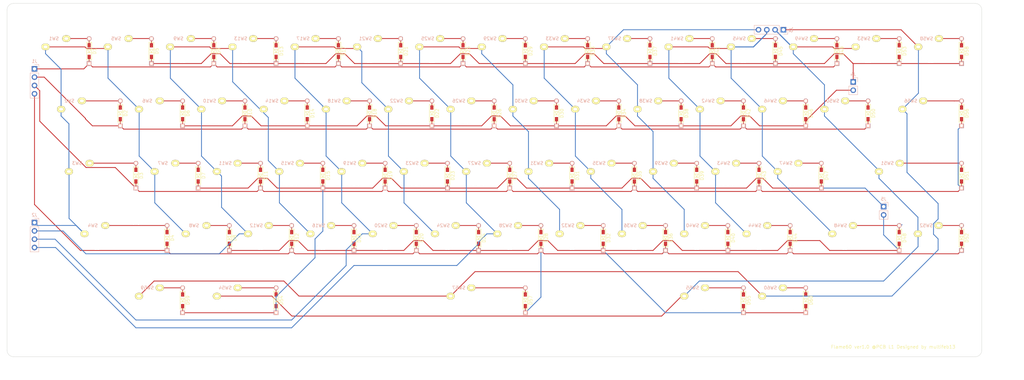
<source format=kicad_pcb>
(kicad_pcb (version 20211014) (generator pcbnew)
  (layers (0 "F.Cu" signal) (31 "B.Cu" signal) (34 "B.Paste" user) (35 "F.Paste" user) (36 "B.SilkS" user "B.Silkscreen") (37 "F.SilkS" user "F.Silkscreen") (38 "B.Mask" user) (39 "F.Mask" user) (44 "Edge.Cuts" user))
  (net 0 "")
  (net 1 "Net-(D29-Pad2)")
  (net 2 "Net-(D13-Pad2)")
  (net 3 "Net-(D14-Pad2)")
  (net 4 "Net-(D2-Pad2)")
  (net 5 "Net-(D17-Pad2)")
  (net 6 "Net-(D1-Pad2)")
  (net 7 "Net-(D3-Pad2)")
  (net 8 "Net-(D4-Pad2)")
  (net 9 "Net-(D5-Pad2)")
  (net 10 "Net-(D7-Pad2)")
  (net 11 "Net-(D8-Pad2)")
  (net 12 "Net-(D9-Pad2)")
  (net 13 "Net-(D10-Pad2)")
  (net 14 "Net-(D11-Pad2)")
  (net 15 "Net-(D12-Pad2)")
  (net 16 "Net-(D6-Pad2)")
  (net 17 "Net-(D15-Pad2)")
  (net 18 "Net-(D16-Pad2)")
  (net 19 "Net-(D18-Pad2)")
  (net 20 "Net-(D19-Pad2)")
  (net 21 "Net-(D20-Pad2)")
  (net 22 "Net-(D21-Pad2)")
  (net 23 "Net-(D23-Pad2)")
  (net 24 "Net-(D24-Pad2)")
  (net 25 "Net-(D25-Pad2)")
  (net 26 "Net-(D26-Pad2)")
  (net 27 "Net-(D27-Pad2)")
  (net 28 "Net-(D22-Pad2)")
  (net 29 "Row0")
  (net 30 "Row1")
  (net 31 "Row2")
  (net 32 "Row3")
  (net 33 "Row4")
  (net 34 "Net-(D28-Pad2)")
  (net 35 "Col0")
  (net 36 "Col1")
  (net 37 "Col2")
  (net 38 "Col3")
  (net 39 "Col4")
  (net 40 "Col5")
  (net 41 "Row5")
  (net 42 "Row6")
  (net 43 "Net-(D30-Pad2)")
  (net 44 "Net-(D31-Pad2)")
  (net 45 "Net-(D32-Pad2)")
  (net 46 "Net-(D33-Pad2)")
  (net 47 "Net-(D34-Pad2)")
  (net 48 "Net-(D35-Pad2)")
  (net 49 "Net-(D36-Pad2)")
  (net 50 "Net-(D37-Pad2)")
  (net 51 "Net-(D38-Pad2)")
  (net 52 "Net-(D39-Pad2)")
  (net 53 "Net-(D40-Pad2)")
  (net 54 "Net-(D41-Pad2)")
  (net 55 "Net-(D42-Pad2)")
  (net 56 "Net-(D43-Pad2)")
  (net 57 "Net-(D44-Pad2)")
  (net 58 "Net-(D45-Pad2)")
  (net 59 "Net-(D46-Pad2)")
  (net 60 "Net-(D47-Pad2)")
  (net 61 "Net-(D48-Pad2)")
  (net 62 "Net-(D49-Pad2)")
  (net 63 "Net-(D50-Pad2)")
  (net 64 "Net-(D51-Pad2)")
  (net 65 "Net-(D52-Pad2)")
  (net 66 "Net-(D53-Pad2)")
  (net 67 "Net-(D54-Pad2)")
  (net 68 "Net-(D55-Pad2)")
  (net 69 "Net-(D58-Pad2)")
  (net 70 "Net-(D59-Pad2)")
  (net 71 "Net-(D60-Pad2)")
  (net 72 "Col6")
  (net 73 "Net-(D56-Pad2)")
  (net 74 "Row7")
  (net 75 "Net-(D57-Pad2)")
  (net 76 "Col7")
  (footprint "kbd_SW:CherryMX_Solder_1u" (layer "F.Cu") (at 345.28125 130.96875)
    (fp_text reference "SW52")
    (fp_text value "SW_Fn" hide)
  )
  (footprint "kbd_SW:CherryMX_Solder_1.5u" (layer "F.Cu") (at 83.34375 92.86875)
    (fp_text reference "SW2")
    (fp_text value "SW_Tab" hide)
  )
  (footprint "kbd_SW:CherryMX_Solder_1u" (layer "F.Cu") (at 154.78125 73.81875)
    (fp_text reference "SW17")
    (fp_text value "SW_4" hide)
  )
  (footprint "kbd_SW:CherryMX_Solder_1.75u" (layer "F.Cu") (at 85.725 111.91875)
    (fp_text reference "SW3")
    (fp_text value "SW_Control" hide)
  )
  (footprint "kbd_Hole:m2_Screw_Hole" (layer "F.Cu") (at 358 61)
    (fp_text reference "H9")
    (fp_text value "MountingHole")
  )
  (footprint "kbd_SW:CherryMX_Solder_1u" (layer "F.Cu") (at 111.91875 111.91875)
    (fp_text reference "SW7")
    (fp_text value "SW_A" hide)
  )
  (footprint "kbd_Hole:m2_Screw_Hole" (layer "F.Cu") (at 358 141)
    (fp_text reference "H11")
    (fp_text value "MountingHole")
  )
  (footprint "kbd_SW:CherryMX_Solder_1u" (layer "F.Cu") (at 250.03125 73.81875)
    (fp_text reference "SW37")
    (fp_text value "SW_9" hide)
  )
  (footprint "kbd_SW:CherryMX_Solder_2.25u" (layer "F.Cu") (at 333.375 111.91875)
    (fp_text reference "SW51")
    (fp_text value "SW_Return" hide)
  )
  (footprint "kbd_SW:CherryMX_Solder_1u" (layer "F.Cu") (at 297.65625 92.86875)
    (fp_text reference "SW46")
    (fp_text value "SW_[" hide)
  )
  (footprint "kbd_SW:CherryMX_Solder_1u" (layer "F.Cu") (at 121.44375 130.96875)
    (fp_text reference "SW8")
    (fp_text value "SW_Z" hide)
  )
  (footprint "kbd_SW:CherryMX_Solder_1u" (layer "F.Cu") (at 130.96875 111.91875)
    (fp_text reference "SW11")
    (fp_text value "SW_S" hide)
  )
  (footprint "kbd_SW:CherryMX_Solder_1u" (layer "F.Cu") (at 273.84375 130.96875)
    (fp_text reference "SW40")
    (fp_text value "SW_>" hide)
  )
  (footprint "kbd_SW:CherryMX_Solder_1u" (layer "F.Cu") (at 140.49375 130.96875)
    (fp_text reference "SW12")
    (fp_text value "SW_X" hide)
  )
  (footprint "kbd_Hole:m2_Screw_Hole" (layer "F.Cu") (at 162 163)
    (fp_text reference "H6")
    (fp_text value "MountingHole")
  )
  (footprint "kbd_SW:CherryMX_Solder_1u" (layer "F.Cu") (at 235.74375 130.96875)
    (fp_text reference "SW32")
    (fp_text value "SW_M" hide)
  )
  (footprint "kbd_Hole:m2_Screw_Hole" (layer "F.Cu") (at 261 163)
    (fp_text reference "H8")
    (fp_text value "MountingHole")
  )
  (footprint "kbd_Hole:m2_Screw_Hole" (layer "F.Cu") (at 66 61)
    (fp_text reference "H1")
    (fp_text value "MountingHole" hide)
  )
  (footprint "kbd_SW:CherryMX_Solder_1u" (layer "F.Cu") (at 97.63125 73.81875)
    (fp_text reference "SW5")
    (fp_text value "SW_1" hide)
  )
  (footprint "kbd_SW:CherryMX_Solder_1u" (layer "F.Cu") (at 283.36875 111.91875)
    (fp_text reference "SW43")
    (fp_text value "SW_;" hide)
  )
  (footprint "kbd_SW:CherryMX_Solder_1u" (layer "F.Cu") (at 78.58125 73.81875)
    (fp_text reference "SW1")
    (fp_text value "SW_Esc" hide)
  )
  (footprint "kbd_SW:CherryMX_Solder_1u" (layer "F.Cu") (at 164.30625 92.86875)
    (fp_text reference "SW18")
    (fp_text value "SW_R" hide)
  )
  (footprint "kbd_SW:CherryMX_Solder_1u" (layer "F.Cu") (at 211.93125 73.81875)
    (fp_text reference "SW29")
    (fp_text value "SW_7" hide)
  )
  (footprint "kbd_SW:CherryMX_Solder_1u" (layer "F.Cu") (at 221.45625 92.86875)
    (fp_text reference "SW30")
    (fp_text value "SW_U" hide)
  )
  (footprint "kbd_SW:CherryMX_Solder_1.5u" (layer "F.Cu") (at 130.96875 150.01875)
    (fp_text reference "SW54")
    (fp_text value "SW_◇(L)" hide)
  )
  (footprint "kbd_SW:CherryMX_Solder_2.25u" (layer "F.Cu") (at 90.4875 130.96875)
    (fp_text reference "SW4")
    (fp_text value "SW_Shift(L)" hide)
  )
  (footprint "kbd_SW:CherryMX_Solder_1u" (layer "F.Cu") (at 288.13125 73.81875)
    (fp_text reference "SW45")
    (fp_text value "SW_-" hide)
  )
  (footprint "kbd_Hole:m2_Screw_Hole" (layer "F.Cu") (at 358 163)
    (fp_text reference "H12")
    (fp_text value "MountingHole")
  )
  (footprint "kbd_Hole:m2_Screw_Hole" (layer "F.Cu") (at 66 83)
    (fp_text reference "H2")
    (fp_text value "MountingHole" hide)
  )
  (footprint "kbd_SW:CherryMX_Solder_6u" (layer "F.Cu") (at 202.40625 150.01875)
    (fp_text reference "SW57")
    (fp_text value "SW_Space" hide)
  )
  (footprint "kbd_SW:CherryMX_Solder_1u" (layer "F.Cu") (at 188.11875 111.91875)
    (fp_text reference "SW23")
    (fp_text value "SW_G" hide)
  )
  (footprint "kbd_SW:CherryMX_Solder_1u" (layer "F.Cu") (at 326.23125 73.81875)
    (fp_text reference "SW53")
    (fp_text value "SW_\\" hide)
  )
  (footprint "kbd_SW:CherryMX_Solder_1u" (layer "F.Cu") (at 126.20625 92.86875)
    (fp_text reference "SW10")
    (fp_text value "SW_W" hide)
  )
  (footprint "kbd_SW:CherryMX_Solder_1u" (layer "F.Cu") (at 183.35625 92.86875)
    (fp_text reference "SW22")
    (fp_text value "SW_T" hide)
  )
  (footprint "kbd_SW:CherryMX_Solder_1u" (layer "F.Cu") (at 169.06875 111.91875)
    (fp_text reference "SW19")
    (fp_text value "SW_F" hide)
  )
  (footprint "kbd_SW:CherryMX_Solder_1u" (layer "F.Cu") (at 269.08125 73.81875)
    (fp_text reference "SW41")
    (fp_text value "SW_0" hide)
  )
  (footprint "kbd_SW:CherryMX_Solder_1u" (layer "F.Cu") (at 135.73125 73.81875)
    (fp_text reference "SW13")
    (fp_text value "SW_3" hide)
  )
  (footprint "kbd_SW:CherryMX_Solder_1u" (layer "F.Cu") (at 226.21875 111.91875)
    (fp_text reference "SW31")
    (fp_text value "SW_J" hide)
  )
  (footprint "kbd_SW:CherryMX_Solder_1u" (layer "F.Cu") (at 150.01875 111.91875)
    (fp_text reference "SW15")
    (fp_text value "SW_D" hide)
  )
  (footprint "kbd_SW:CherryMX_Solder_1u" (layer "F.Cu") (at 216.69375 130.96875)
    (fp_text reference "SW28")
    (fp_text value "SW_N" hide)
  )
  (footprint "kbd_SW:CherryMX_Solder_1u" (layer "F.Cu") (at 116.68125 73.81875)
    (fp_text reference "SW9")
    (fp_text value "SW_2" hide)
  )
  (footprint "kbd_SW:CherryMX_Solder_1.5u" (layer "F.Cu") (at 340.5545 92.86875)
    (fp_text reference "SW56")
    (fp_text value "SW_Delete" hide)
  )
  (footprint "kbd_SW:CherryMX_Solder_1u" (layer "F.Cu") (at 245.26875 111.91875)
    (fp_text reference "SW35")
    (fp_text value "SW_K" hide)
  )
  (footprint "kbd_SW:CherryMX_Solder_1u" (layer "F.Cu") (at 173.83125 73.81875)
    (fp_text reference "SW21")
    (fp_text value "SW_5" hide)
  )
  (footprint "kbd_SW:CherryMX_Solder_1.5u" (layer "F.Cu") (at 273.84375 150.01875)
    (fp_text reference "SW55")
    (fp_text value "SW_◇(R)" hide)
  )
  (footprint "kbd_SW:CherryMX_Solder_1u" (layer "F.Cu") (at 254.79375 130.96875)
    (fp_text reference "SW36")
    (fp_text value "SW_<" hide)
  )
  (footprint "kbd_SW:CherryMX_Solder_1u" (layer "F.Cu") (at 192.88125 73.81875)
    (fp_text reference "SW25")
    (fp_text value "SW_6" hide)
  )
  (footprint "kbd_SW:CherryMX_Solder_1u" (layer "F.Cu") (at 207.16875 111.91875)
    (fp_text reference "SW27")
    (fp_text value "SW_H" hide)
  )
  (footprint "kbd_SW:CherryMX_Solder_1u" (layer "F.Cu") (at 159.54375 130.96875)
    (fp_text reference "SW16")
    (fp_text value "SW_C" hide)
  )
  (footprint "kbd_SW:CherryMX_Solder_1u" (layer "F.Cu") (at 197.64375 130.96875)
    (fp_text reference "SW24")
    (fp_text value "SW_B" hide)
  )
  (footprint "kbd_SW:CherryMX_Solder_1u" (layer "F.Cu") (at 316.70625 92.86875)
    (fp_text reference "SW50")
    (fp_text value "SW_]" hide)
  )
  (footprint "kbd_SW:CherryMX_Solder_1u" (layer "F.Cu") (at 302.41875 111.91875)
    (fp_text reference "SW47")
    (fp_text value "SW_'" hide)
  )
  (footprint "kbd_Hole:m2_Screw_Hole" (layer "F.Cu") (at 66 163)
    (fp_text reference "H4" hide)
    (fp_text value "MountingHole" hide)
  )
  (footprint "kbd_SW:CherryMX_Solder_1u" (layer "F.Cu") (at 307.18125 73.81875)
    (fp_text reference "SW49")
    (fp_text value "SW_=" hide)
  )
  (footprint "kbd_Hole:m2_Screw_Hole" (layer "F.Cu") (at 358 83)
    (fp_text reference "H10")
    (fp_text value "MountingHole")
  )
  (footprint "kbd_SW:CherryMX_Solder_1u" (layer "F.Cu") (at 292.89375 130.96875)
    (fp_text reference "SW44")
    (fp_text value "SW_/" hide)
  )
  (footprint "kbd_SW:CherryMX_Solder_1u" (layer "F.Cu") (at 145.25625 92.86875)
    (fp_text reference "SW14")
    (fp_text value "SW_E" hide)
  )
  (footprint "kbd_SW:CherryMX_Solder_1u" (layer "F.Cu") (at 178.59375 130.96875)
    (fp_text reference "SW20")
    (fp_text value "SW_V" hide)
  )
  (footprint "kbd_SW:CherryMX_Solder_1u" (layer "F.Cu") (at 240.50625 92.86875)
    (fp_text reference "SW34")
    (fp_text value "SW_I" hide)
  )
  (footprint "kbd_SW:CherryMX_Solder_1u" (layer "F.Cu") (at 107.15625 150.01875)
    (fp_text reference "SW59")
    (fp_text value "SW_Alt(L)" hide)
  )
  (footprint "kbd_Hole:m2_Screw_Hole" (layer "F.Cu") (at 66 141)
    (fp_text reference "H3")
    (fp_text value "MountingHole")
  )
  (footprint "kbd_SW:CherryMX_Solder_1u" (layer "F.Cu") (at 202.40625 92.86875)
    (fp_text reference "SW26")
    (fp_text value "SW_Y" hide)
  )
  (footprint "kbd_SW:CherryMX_Solder_1u" (layer "F.Cu") (at 230.98125 73.81875)
    (fp_text reference "SW33")
    (fp_text value "SW_8" hide)
  )
  (footprint "kbd_SW:CherryMX_Solder_1.75u" (layer "F.Cu") (at 319.0875 130.96875)
    (fp_text reference "SW48")
    (fp_text value "SW_Shift(R)" hide)
  )
  (footprint "kbd_Hole:m2_Screw_Hole" (layer "F.Cu") (at 162 61)
    (fp_text reference "H5")
    (fp_text value "MountingHole")
  )
  (footprint "kbd_SW:CherryMX_Solder_1u" (layer "F.Cu") (at 278.60625 92.86875)
    (fp_text reference "SW42")
    (fp_text value "SW_P" hide)
  )
  (footprint "kbd_Hole:m2_Screw_Hole" (layer "F.Cu") (at 261 61)
    (fp_text reference "H7")
    (fp_text value "MountingHole")
  )
  (footprint "kbd_SW:CherryMX_Solder_1u" (layer "F.Cu") (at 259.55625 92.86875)
    (fp_text reference "SW38")
    (fp_text value "SW_O" hide)
  )
  (footprint "kbd_SW:CherryMX_Solder_1u" (layer "F.Cu") (at 264.31875 111.91875)
    (fp_text reference "SW39")
    (fp_text value "SW_L" hide)
  )
  (footprint "kbd_SW:CherryMX_Solder_1u" (layer "F.Cu") (at 107.15625 92.86875)
    (fp_text reference "SW6")
    (fp_text value "SW_Q" hide)
  )
  (footprint "kbd_SW:CherryMX_Solder_1u" (layer "F.Cu") (at 297.65625 150.01875)
    (fp_text reference "SW60")
    (fp_text value "SW_Alt(R)" hide)
  )
  (footprint "kbd_SW:CherryMX_Solder_1u" (layer "F.Cu") (at 345.3765 73.81875)
    (fp_text reference "SW58")
    (fp_text value "SW_`" hide)
  )
  (footprint "kbd_Parts:Diode_TH_SMD" (layer "B.Cu") (at 116.68125 148.75 90)
    (fp_text reference "D59")
    (fp_text value "D" hide)
  )
  (footprint "kbd_Parts:Diode_TH_SMD" (layer "B.Cu") (at 264.31875 129.7 90)
    (fp_text reference "D36")
    (fp_text value "D" hide)
  )
  (footprint "kbd_Parts:Diode_TH_SMD" (layer "B.Cu") (at 202.40625 72.56875 90)
    (fp_text reference "D25")
    (fp_text value "D" hide)
  )
  (footprint "kbd_Parts:Diode_TH_SMD" (layer "B.Cu") (at 150.01875 129.7 90)
    (fp_text reference "D12")
    (fp_text value "D" hide)
  )
  (footprint "kbd_Parts:Diode_TH_SMD" (layer "B.Cu") (at 140.49375 110.65 90)
    (fp_text reference "D11")
    (fp_text value "D" hide)
  )
  (footprint "kbd_Parts:Diode_TH_SMD" (layer "B.Cu") (at 354.80625 110.65 90)
    (fp_text reference "D51")
    (fp_text value "D" hide)
  )
  (footprint "kbd_Parts:Diode_TH_SMD" (layer "B.Cu") (at 102.39375 110.65 90)
    (fp_text reference "D3")
    (fp_text value "D" hide)
  )
  (footprint "kbd_Parts:Diode_TH_SMD" (layer "B.Cu") (at 126.20625 72.56875 90)
    (fp_text reference "D9")
    (fp_text value "D" hide)
  )
  (footprint "kbd_Parts:Diode_TH_SMD" (layer "B.Cu") (at 216.69375 110.65 90)
    (fp_text reference "D27")
    (fp_text value "D" hide)
  )
  (footprint "kbd_Parts:Diode_TH_SMD" (layer "B.Cu") (at 121.44375 110.65 90)
    (fp_text reference "D7")
    (fp_text value "D" hide)
  )
  (footprint "kbd_Parts:Diode_TH_SMD" (layer "B.Cu") (at 88.10625 72.56875 90)
    (fp_text reference "D1")
    (fp_text value "D" hide)
  )
  (footprint "kbd_Parts:Diode_TH_SMD" (layer "B.Cu") (at 269.08125 91.6 90)
    (fp_text reference "D38")
    (fp_text value "D" hide)
  )
  (footprint "kbd_Parts:Diode_TH_SMD" (layer "B.Cu") (at 259.55625 72.56875 90)
    (fp_text reference "D37")
    (fp_text value "D" hide)
  )
  (footprint "Connector_PinHeader_2.54mm:PinHeader_1x04_P2.54mm_Vertical" (layer "B.Cu") (at 71.4 125 180)
    (fp_text reference "J2")
    (fp_text value "Conn_01x04")
  )
  (footprint "kbd_Parts:Diode_TH_SMD" (layer "B.Cu") (at 230.98125 91.6 90)
    (fp_text reference "D30")
    (fp_text value "D" hide)
  )
  (footprint "kbd_Parts:Diode_TH_SMD" (layer "B.Cu") (at 273.84375 110.65 90)
    (fp_text reference "D39")
    (fp_text value "D" hide)
  )
  (footprint "kbd_Parts:Diode_TH_SMD" (layer "B.Cu") (at 116.68125 91.6 90)
    (fp_text reference "D6")
    (fp_text value "D" hide)
  )
  (footprint "kbd_Parts:Diode_TH_SMD" (layer "B.Cu") (at 250.03125 91.6 90)
    (fp_text reference "D34")
    (fp_text value "D" hide)
  )
  (footprint "kbd_Parts:Diode_TH_SMD" (layer "B.Cu") (at 354.80625 72.56875 90)
    (fp_text reference "D58")
    (fp_text value "D" hide)
  )
  (footprint "kbd_Parts:Diode_TH_SMD" (layer "B.Cu") (at 154.78125 91.6 90)
    (fp_text reference "D14")
    (fp_text value "D" hide)
  )
  (footprint "kbd_Parts:Diode_TH_SMD" (layer "B.Cu") (at 307.18125 148.75 90)
    (fp_text reference "D60")
    (fp_text value "D" hide)
  )
  (footprint "kbd_Parts:Diode_TH_SMD" (layer "B.Cu") (at 192.88125 91.6 90)
    (fp_text reference "D22")
    (fp_text value "D" hide)
  )
  (footprint "kbd_Parts:Diode_TH_SMD" (layer "B.Cu") (at 235.74375 110.65 90)
    (fp_text reference "D31")
    (fp_text value "D" hide)
  )
  (footprint "kbd_Parts:Diode_TH_SMD" (layer "B.Cu") (at 326.23125 91.6 90)
    (fp_text reference "D50")
    (fp_text value "D" hide)
  )
  (footprint "Connector_PinHeader_2.54mm:PinHeader_1x04_P2.54mm_Vertical" (layer "B.Cu") (at 300.355 66.04375 90)
    (fp_text reference "J3")
    (fp_text value "Conn_01x04")
  )
  (footprint "kbd_Parts:Diode_TH_SMD" (layer "B.Cu") (at 188.11875 129.7 90)
    (fp_text reference "D20")
    (fp_text value "D" hide)
  )
  (footprint "kbd_Parts:Diode_TH_SMD" (layer "B.Cu") (at 197.64375 110.65 90)
    (fp_text reference "D23")
    (fp_text value "D" hide)
  )
  (footprint "kbd_Parts:Diode_TH_SMD" (layer "B.Cu") (at 130.96875 129.7 90)
    (fp_text reference "D8")
    (fp_text value "D" hide)
  )
  (footprint "kbd_Parts:Diode_TH_SMD" (layer "B.Cu") (at 278.60625 72.56875 90)
    (fp_text reference "D41")
    (fp_text value "D" hide)
  )
  (footprint "Connector_PinHeader_2.54mm:PinHeader_1x04_P2.54mm_Vertical" (layer "B.Cu") (at 71.4 78 180)
    (fp_text reference "J1")
    (fp_text value "Conn_01x04")
  )
  (footprint "kbd_Parts:Diode_TH_SMD" (layer "B.Cu") (at 288.13125 91.6 90)
    (fp_text reference "D42")
    (fp_text value "D" hide)
  )
  (footprint "kbd_Parts:Diode_TH_SMD" (layer "B.Cu") (at 254.79375 110.65 90)
    (fp_text reference "D35")
    (fp_text value "D" hide)
  )
  (footprint "kbd_Parts:Diode_TH_SMD" (layer "B.Cu") (at 354.80625 91.6 90)
    (fp_text reference "D56")
    (fp_text value "D" hide)
  )
  (footprint "kbd_Parts:Diode_TH_SMD" (layer "B.Cu") (at 173.83125 91.6 90)
    (fp_text reference "D18")
    (fp_text value "D" hide)
  )
  (footprint "kbd_Parts:Diode_TH_SMD" (layer "B.Cu") (at 178.59375 110.65 90)
    (fp_text reference "D19")
    (fp_text value "D" hide)
  )
  (footprint "kbd_Parts:Diode_TH_SMD" (layer "B.Cu") (at 307.18125 91.6 90)
    (fp_text reference "D46")
    (fp_text value "D" hide)
  )
  (footprint "kbd_Parts:Diode_TH_SMD" (layer "B.Cu") (at 335.75625 72.56875 90)
    (fp_text reference "D53")
    (fp_text value "D" hide)
  )
  (footprint "kbd_Parts:Diode_TH_SMD" (layer "B.Cu") (at 164.30625 72.56875 90)
    (fp_text reference "D17")
    (fp_text value "D" hide)
  )
  (footprint "Connector_PinHeader_2.54mm:PinHeader_1x02_P2.54mm_Vertical" (layer "B.Cu") (at 321.7 82 180)
    (fp_text reference "J4")
    (fp_text value "Conn_01x02")
  )
  (footprint "kbd_Parts:Diode_TH_SMD" (layer "B.Cu") (at 297.90625 72.56875 90)
    (fp_text reference "D45")
    (fp_text value "D" hide)
  )
  (footprint "kbd_Parts:Diode_TH_SMD" (layer "B.Cu") (at 240.50625 72.56875 90)
    (fp_text reference "D33")
    (fp_text value "D" hide)
  )
  (footprint "kbd_Parts:Diode_TH_SMD" (layer "B.Cu") (at 292.89375 110.65 90)
    (fp_text reference "D43")
    (fp_text value "D" hide)
  )
  (footprint "kbd_Parts:Diode_TH_SMD" (layer "B.Cu") (at 97.63125 91.6 90)
    (fp_text reference "D2")
    (fp_text value "D" hide)
  )
  (footprint "Connector_PinHeader_2.54mm:PinHeader_1x02_P2.54mm_Vertical" (layer "B.Cu") (at 330.99375 120.11375 180)
    (fp_text reference "J5")
    (fp_text value "Conn_01x02")
  )
  (footprint "kbd_Parts:Diode_TH_SMD" (layer "B.Cu") (at 335.75625 129.7 90)
    (fp_text reference "D48")
    (fp_text value "D" hide)
  )
  (footprint "kbd_Parts:Diode_TH_SMD" (layer "B.Cu") (at 226.21875 129.7 90)
    (fp_text reference "D28")
    (fp_text value "D" hide)
  )
  (footprint "kbd_Parts:Diode_TH_SMD" (layer "B.Cu") (at 183.35625 72.56875 90)
    (fp_text reference "D21")
    (fp_text value "D" hide)
  )
  (footprint "kbd_Parts:Diode_TH_SMD" (layer "B.Cu") (at 111.91875 129.7 90)
    (fp_text reference "D4")
    (fp_text value "D" hide)
  )
  (footprint "kbd_Parts:Diode_TH_SMD" (layer "B.Cu") (at 221.45625 72.56875 90)
    (fp_text reference "D29")
    (fp_text value "D" hide)
  )
  (footprint "kbd_Parts:Diode_TH_SMD" (layer "B.Cu") (at 302.41875 129.7 90)
    (fp_text reference "D44")
    (fp_text value "D" hide)
  )
  (footprint "kbd_Parts:Diode_TH_SMD" (layer "B.Cu") (at 107.15625 72.56875 90)
    (fp_text reference "D5")
    (fp_text value "D" hide)
  )
  (footprint "kbd_Parts:Diode_TH_SMD" (layer "B.Cu") (at 316.70625 72.56875 90)
    (fp_text reference "D49")
    (fp_text value "D" hide)
  )
  (footprint "kbd_Parts:Diode_TH_SMD" (layer "B.Cu") (at 283.36875 129.7 90)
    (fp_text reference "D40")
    (fp_text value "D" hide)
  )
  (footprint "kbd_Parts:Diode_TH_SMD" (layer "B.Cu") (at 159.54375 110.65 90)
    (fp_text reference "D15")
    (fp_text value "D" hide)
  )
  (footprint "kbd_Parts:Diode_TH_SMD" (layer "B.Cu") (at 145.25625 148.75 90)
    (fp_text reference "D54")
    (fp_text value "D" hide)
  )
  (footprint "kbd_Parts:Diode_TH_SMD" (layer "B.Cu") (at 145.25625 72.56875 90)
    (fp_text reference "D13")
    (fp_text value "D" hide)
  )
  (footprint "kbd_Parts:Diode_TH_SMD" (layer "B.Cu") (at 311.94375 110.65 90)
    (fp_text reference "D47")
    (fp_text value "D" hide)
  )
  (footprint "kbd_Parts:Diode_TH_SMD" (layer "B.Cu") (at 221.45625 148.75 90)
    (fp_text reference "D57")
    (fp_text value "D" hide)
  )
  (footprint "kbd_Parts:Diode_TH_SMD" (layer "B.Cu") (at 288.13125 148.75 90)
    (fp_text reference "D55")
    (fp_text value "D" hide)
  )
  (footprint "kbd_Parts:Diode_TH_SMD" (layer "B.Cu") (at 169.06875 129.7 90)
    (fp_text reference "D16")
    (fp_text value "D" hide)
  )
  (footprint "kbd_Parts:Diode_TH_SMD" (layer "B.Cu") (at 354.80625 129.7 90)
    (fp_text reference "D52")
    (fp_text value "D" hide)
  )
  (footprint "kbd_Parts:Diode_TH_SMD" (layer "B.Cu") (at 245.26875 129.7 90)
    (fp_text reference "D32")
    (fp_text value "D" hide)
  )
  (footprint "kbd_Parts:Diode_TH_SMD" (layer "B.Cu") (at 135.73125 91.6 90)
    (fp_text reference "D10")
    (fp_text value "D" hide)
  )
  (footprint "kbd_Parts:Diode_TH_SMD" (layer "B.Cu") (at 207.16875 129.7 90)
    (fp_text reference "D24")
    (fp_text value "D" hide)
  )
  (footprint "kbd_Parts:Diode_TH_SMD" (layer "B.Cu") (at 211.93125 91.6 90)
    (fp_text reference "D26")
    (fp_text value "D" hide)
  )
  (gr_arc (start 359 58) (mid 360.414214 58.585786) (end 361 60) (layer "Edge.Cuts") (width 0.1))
  (gr_arc (start 361 164) (mid 360.414214 165.414214) (end 359 166) (layer "Edge.Cuts") (width 0.1))
  (gr_line (start 361 164) (end 361 60) (layer "Edge.Cuts") (width 0.1))
  (gr_arc (start 63 60) (mid 63.585786 58.585786) (end 65 58) (layer "Edge.Cuts") (width 0.1))
  (gr_line (start 63 60) (end 63 164) (layer "Edge.Cuts") (width 0.1))
  (gr_line (start 65 166) (end 359 166) (layer "Edge.Cuts") (width 0.1))
  (gr_line (start 359 58) (end 65 58) (layer "Edge.Cuts") (width 0.1))
  (gr_arc (start 65 166) (mid 63.585786 165.414214) (end 63 164) (layer "Edge.Cuts") (width 0.1))
  (gr_text "Flame60 ver1.0 @PCB L1 Designed by multifeb13" (at 353 163) (layer "F.SilkS") (effects (font (size 1 1) (thickness 0.125)) (justify right)))
  (segment (start 221.45625 68.75875) (end 221.45625 70.79375) (width 0.25) (layer "F.Cu") (net 1))
  (segment (start 214.47125 68.73875) (end 221.43625 68.73875) (width 0.25) (layer "F.Cu") (net 1))
  (segment (start 221.43625 68.73875) (end 221.45625 68.75875) (width 0.25) (layer "F.Cu") (net 1))
  (segment (start 221.43625 68.73875) (end 221.45625 68.75875) (width 0.25) (layer "B.Cu") (net 1))
  (segment (start 145.23625 68.73875) (end 145.25625 68.75875) (width 0.25) (layer "F.Cu") (net 2))
  (segment (start 138.27125 68.73875) (end 145.23625 68.73875) (width 0.25) (layer "F.Cu") (net 2))
  (segment (start 145.25625 68.75875) (end 145.25625 70.79375) (width 0.25) (layer "F.Cu") (net 2))
  (segment (start 145.23625 68.73875) (end 145.25625 68.75875) (width 0.25) (layer "B.Cu") (net 2))
  (segment (start 154.78125 87.79) (end 154.78125 89.825) (width 0.25) (layer "F.Cu") (net 3))
  (segment (start 147.79625 87.78875) (end 154.78 87.78875) (width 0.25) (layer "F.Cu") (net 3))
  (segment (start 154.78 87.78875) (end 154.78125 87.79) (width 0.25) (layer "F.Cu") (net 3))
  (segment (start 154.78 87.78875) (end 154.78125 87.79) (width 0.25) (layer "B.Cu") (net 3))
  (segment (start 97.63 87.78875) (end 97.63125 87.79) (width 0.25) (layer "F.Cu") (net 4))
  (segment (start 85.88375 87.78875) (end 97.63 87.78875) (width 0.25) (layer "F.Cu") (net 4))
  (segment (start 97.63125 87.79) (end 97.63125 89.825) (width 0.25) (layer "F.Cu") (net 4))
  (segment (start 164.28625 68.73875) (end 164.30625 68.75875) (width 0.25) (layer "F.Cu") (net 5))
  (segment (start 157.32125 68.73875) (end 164.28625 68.73875) (width 0.25) (layer "F.Cu") (net 5))
  (segment (start 164.30625 68.75875) (end 164.30625 70.79375) (width 0.25) (layer "F.Cu") (net 5))
  (segment (start 88.08625 68.73875) (end 88.10625 68.75875) (width 0.25) (layer "F.Cu") (net 6))
  (segment (start 81.12125 68.73875) (end 88.08625 68.73875) (width 0.25) (layer "F.Cu") (net 6))
  (segment (start 88.10625 68.75875) (end 88.10625 70.79375) (width 0.25) (layer "F.Cu") (net 6))
  (segment (start 88.51125 68.73875) (end 88.625 68.625) (width 0.25) (layer "B.Cu") (net 6))
  (segment (start 102.39375 108.875) (end 102.39375 106.84) (width 0.25) (layer "F.Cu") (net 7))
  (segment (start 88.265 106.83875) (end 102.3925 106.83875) (width 0.25) (layer "F.Cu") (net 7))
  (segment (start 102.3925 106.83875) (end 102.39375 106.84) (width 0.25) (layer "F.Cu") (net 7))
  (segment (start 111.91875 125.89) (end 111.91875 127.925) (width 0.25) (layer "F.Cu") (net 8))
  (segment (start 111.9175 125.88875) (end 111.91875 125.89) (width 0.25) (layer "F.Cu") (net 8))
  (segment (start 93.0275 125.88875) (end 111.9175 125.88875) (width 0.25) (layer "F.Cu") (net 8))
  (segment (start 93.02875 125.89) (end 93.0275 125.88875) (width 0.25) (layer "B.Cu") (net 8))
  (segment (start 107.13625 68.73875) (end 107.15625 68.75875) (width 0.25) (layer "F.Cu") (net 9))
  (segment (start 100.17125 68.73875) (end 107.13625 68.73875) (width 0.25) (layer "F.Cu") (net 9))
  (segment (start 107.15625 68.75875) (end 107.15625 70.79375) (width 0.25) (layer "F.Cu") (net 9))
  (segment (start 107.13625 68.73875) (end 107.15625 68.75875) (width 0.25) (layer "B.Cu") (net 9))
  (segment (start 121.4425 106.83875) (end 121.44375 106.84) (width 0.25) (layer "F.Cu") (net 10))
  (segment (start 121.44375 108.875) (end 121.44375 106.84) (width 0.25) (layer "F.Cu") (net 10))
  (segment (start 114.45875 106.83875) (end 121.4425 106.83875) (width 0.25) (layer "F.Cu") (net 10))
  (segment (start 121.4425 106.83875) (end 121.44375 106.84) (width 0.25) (layer "B.Cu") (net 10))
  (segment (start 123.98375 125.88875) (end 130.9675 125.88875) (width 0.25) (layer "F.Cu") (net 11))
  (segment (start 130.96875 125.89) (end 130.96875 127.925) (width 0.25) (layer "F.Cu") (net 11))
  (segment (start 130.9675 125.88875) (end 130.96875 125.89) (width 0.25) (layer "F.Cu") (net 11))
  (segment (start 123.985 125.89) (end 123.98375 125.88875) (width 0.25) (layer "B.Cu") (net 11))
  (segment (start 126.20625 68.75875) (end 126.20625 70.79375) (width 0.25) (layer "F.Cu") (net 12))
  (segment (start 125.88875 68.73875) (end 126.20625 69.05625) (width 0.25) (layer "F.Cu") (net 12))
  (segment (start 119.22125 68.73875) (end 125.88875 68.73875) (width 0.25) (layer "F.Cu") (net 12))
  (segment (start 126.51125 68.73875) (end 126.625 68.625) (width 0.25) (layer "B.Cu") (net 12))
  (segment (start 126.625 68.625) (end 126.34 68.625) (width 0.25) (layer "B.Cu") (net 12))
  (segment (start 126.34 68.625) (end 126.20625 68.75875) (width 0.25) (layer "B.Cu") (net 12))
  (segment (start 135.73125 87.79) (end 135.73125 89.825) (width 0.25) (layer "F.Cu") (net 13))
  (segment (start 135.41375 87.78875) (end 135.73125 88.10625) (width 0.25) (layer "F.Cu") (net 13))
  (segment (start 135.73125 88.10625) (end 135.73125 87.79) (width 0.25) (layer "F.Cu") (net 13))
  (segment (start 128.74625 87.78875) (end 135.41375 87.78875) (width 0.25) (layer "F.Cu") (net 13))
  (segment (start 133.50875 106.83875) (end 140.17625 106.83875) (width 0.25) (layer "F.Cu") (net 14))
  (segment (start 140.49375 108.875) (end 140.49375 106.84) (width 0.25) (layer "F.Cu") (net 14))
  (segment (start 140.17625 106.83875) (end 140.49375 107.15625) (width 0.25) (layer "F.Cu") (net 14))
  (segment (start 140.4925 106.83875) (end 140.49375 106.84) (width 0.25) (layer "B.Cu") (net 14))
  (segment (start 150.0175 125.88875) (end 150.01875 125.89) (width 0.25) (layer "F.Cu") (net 15))
  (segment (start 150.01875 125.89) (end 150.01875 127.925) (width 0.25) (layer "F.Cu") (net 15))
  (segment (start 143.03375 125.88875) (end 150.0175 125.88875) (width 0.25) (layer "F.Cu") (net 15))
  (segment (start 143.035 125.89) (end 143.03375 125.88875) (width 0.25) (layer "B.Cu") (net 15))
  (segment (start 116.68125 87.79) (end 116.68125 89.825) (width 0.25) (layer "F.Cu") (net 16))
  (segment (start 116.68 87.78875) (end 116.68125 87.79) (width 0.25) (layer "F.Cu") (net 16))
  (segment (start 109.69625 87.78875) (end 116.68 87.78875) (width 0.25) (layer "F.Cu") (net 16))
  (segment (start 116.68 87.78875) (end 116.68125 87.79) (width 0.25) (layer "B.Cu") (net 16))
  (segment (start 159.5425 106.83875) (end 159.54375 106.84) (width 0.25) (layer "F.Cu") (net 17))
  (segment (start 152.55875 106.83875) (end 159.5425 106.83875) (width 0.25) (layer "F.Cu") (net 17))
  (segment (start 159.54375 108.875) (end 159.54375 106.84) (width 0.25) (layer "F.Cu") (net 17))
  (segment (start 159.5425 106.83875) (end 159.54375 106.84) (width 0.25) (layer "B.Cu") (net 17))
  (segment (start 169.0675 125.88875) (end 169.06875 125.89) (width 0.25) (layer "F.Cu") (net 18))
  (segment (start 162.08375 125.88875) (end 169.0675 125.88875) (width 0.25) (layer "F.Cu") (net 18))
  (segment (start 169.06875 125.89) (end 169.06875 127.925) (width 0.25) (layer "F.Cu") (net 18))
  (segment (start 162.085 125.89) (end 162.08375 125.88875) (width 0.25) (layer "B.Cu") (net 18))
  (segment (start 173.83125 87.79) (end 173.83125 89.825) (width 0.25) (layer "F.Cu") (net 19))
  (segment (start 173.51375 87.78875) (end 173.83125 88.10625) (width 0.25) (layer "F.Cu") (net 19))
  (segment (start 166.84625 87.78875) (end 173.51375 87.78875) (width 0.25) (layer "F.Cu") (net 19))
  (segment (start 173.83 87.78875) (end 173.83125 87.79) (width 0.25) (layer "B.Cu") (net 19))
  (segment (start 178.5925 106.83875) (end 178.59375 106.84) (width 0.25) (layer "F.Cu") (net 20))
  (segment (start 178.59375 106.84) (end 178.59375 108.875) (width 0.25) (layer "F.Cu") (net 20))
  (segment (start 171.60875 106.83875) (end 178.5925 106.83875) (width 0.25) (layer "F.Cu") (net 20))
  (segment (start 181.13375 125.88875) (end 188.1175 125.88875) (width 0.25) (layer "F.Cu") (net 21))
  (segment (start 188.11875 125.89) (end 188.11875 127.925) (width 0.25) (layer "F.Cu") (net 21))
  (segment (start 188.1175 125.88875) (end 188.11875 125.89) (width 0.25) (layer "F.Cu") (net 21))
  (segment (start 181.135 125.89) (end 181.13375 125.88875) (width 0.25) (layer "B.Cu") (net 21))
  (segment (start 183.35625 68.75875) (end 183.35625 70.79375) (width 0.25) (layer "F.Cu") (net 22))
  (segment (start 176.37125 68.73875) (end 183.33625 68.73875) (width 0.25) (layer "F.Cu") (net 22))
  (segment (start 183.33625 68.73875) (end 183.35625 68.75875) (width 0.25) (layer "F.Cu") (net 22))
  (segment (start 183.51125 68.73875) (end 183.625 68.625) (width 0.25) (layer "B.Cu") (net 22))
  (segment (start 197.64375 106.84) (end 197.64375 108.875) (width 0.25) (layer "F.Cu") (net 23))
  (segment (start 197.6425 106.83875) (end 197.64375 106.84) (width 0.25) (layer "F.Cu") (net 23))
  (segment (start 190.65875 106.83875) (end 197.6425 106.83875) (width 0.25) (layer "F.Cu") (net 23))
  (segment (start 197.6425 106.83875) (end 197.64375 106.84) (width 0.25) (layer "B.Cu") (net 23))
  (segment (start 207.16875 125.89) (end 207.16875 127.925) (width 0.25) (layer "F.Cu") (net 24))
  (segment (start 200.18375 125.88875) (end 207.1675 125.88875) (width 0.25) (layer "F.Cu") (net 24))
  (segment (start 207.1675 125.88875) (end 207.16875 125.89) (width 0.25) (layer "F.Cu") (net 24))
  (segment (start 200.185 125.89) (end 200.18375 125.88875) (width 0.25) (layer "B.Cu") (net 24))
  (segment (start 202.40625 68.75875) (end 202.40625 70.79375) (width 0.25) (layer "F.Cu") (net 25))
  (segment (start 195.42125 68.73875) (end 202.38625 68.73875) (width 0.25) (layer "F.Cu") (net 25))
  (segment (start 202.38625 68.73875) (end 202.40625 68.75875) (width 0.25) (layer "F.Cu") (net 25))
  (segment (start 202.51125 68.73875) (end 202.625 68.625) (width 0.25) (layer "B.Cu") (net 25))
  (segment (start 211.93 87.78875) (end 211.93125 87.79) (width 0.25) (layer "F.Cu") (net 26))
  (segment (start 211.93125 87.79) (end 211.93125 89.825) (width 0.25) (layer "F.Cu") (net 26))
  (segment (start 204.94625 87.78875) (end 211.93 87.78875) (width 0.25) (layer "F.Cu") (net 26))
  (segment (start 209.70875 106.83875) (end 216.6925 106.83875) (width 0.25) (layer "F.Cu") (net 27))
  (segment (start 216.69375 108.875) (end 216.69375 106.84) (width 0.25) (layer "F.Cu") (net 27))
  (segment (start 216.6925 106.83875) (end 216.69375 106.84) (width 0.25) (layer "F.Cu") (net 27))
  (segment (start 185.89625 87.78875) (end 192.56375 87.78875) (width 0.25) (layer "F.Cu") (net 28))
  (segment (start 192.56375 87.78875) (end 192.88125 88.10625) (width 0.25) (layer "F.Cu") (net 28))
  (segment (start 192.88125 87.79) (end 192.88125 89.825) (width 0.25) (layer "F.Cu") (net 28))
  (segment (start 192.88 87.78875) (end 192.88125 87.79) (width 0.25) (layer "B.Cu") (net 28))
  (segment (start 126.20625 76.37875) (end 126.20625 74.34375) (width 0.25) (layer "F.Cu") (net 29))
  (segment (start 278.60625 76.37875) (end 279.62975 77.40225) (width 0.25) (layer "F.Cu") (net 29))
  (segment (start 240.50625 76.37875) (end 240.50625 74.34375) (width 0.25) (layer "F.Cu") (net 29))
  (segment (start 277.58275 77.40225) (end 278.60625 76.37875) (width 0.25) (layer "F.Cu") (net 29))
  (segment (start 164.30625 76.37875) (end 165.32975 77.40225) (width 0.25) (layer "F.Cu") (net 29))
  (segment (start 126.20625 76.37875) (end 127.22975 77.40225) (width 0.25) (layer "F.Cu") (net 29))
  (segment (start 240.50625 76.37875) (end 241.52975 77.40225) (width 0.25) (layer "F.Cu") (net 29))
  (segment (start 202.40625 76.37875) (end 202.40625 74.34375) (width 0.25) (layer "F.Cu") (net 29))
  (segment (start 127.22975 77.40225) (end 163.28275 77.40225) (width 0.25) (layer "F.Cu") (net 29))
  (segment (start 125.18275 77.40225) (end 126.20625 76.37875) (width 0.25) (layer "F.Cu") (net 29))
  (segment (start 315.68275 77.40225) (end 316.70625 76.37875) (width 0.25) (layer "F.Cu") (net 29))
  (segment (start 316.70625 76.37875) (end 316.70625 74.34375) (width 0.25) (layer "F.Cu") (net 29))
  (segment (start 203.42975 77.40225) (end 239.48275 77.40225) (width 0.25) (layer "F.Cu") (net 29))
  (segment (start 239.48275 77.40225) (end 240.50625 76.37875) (width 0.25) (layer "F.Cu") (net 29))
  (segment (start 164.30625 76.37875) (end 164.30625 74.34375) (width 0.25) (layer "F.Cu") (net 29))
  (segment (start 163.28275 77.40225) (end 164.30625 76.37875) (width 0.25) (layer "F.Cu") (net 29))
  (segment (start 88.10625 76.37875) (end 89.12975 77.40225) (width 0.25) (layer "F.Cu") (net 29))
  (segment (start 71.4 78) (end 86.485 78) (width 0.25) (layer "F.Cu") (net 29))
  (segment (start 89.12975 77.40225) (end 125.18275 77.40225) (width 0.25) (layer "F.Cu") (net 29))
  (segment (start 241.52975 77.40225) (end 277.58275 77.40225) (width 0.25) (layer "F.Cu") (net 29))
  (segment (start 278.60625 76.37875) (end 278.60625 74.34375) (width 0.25) (layer "F.Cu") (net 29))
  (segment (start 202.40625 76.37875) (end 203.42975 77.40225) (width 0.25) (layer "F.Cu") (net 29))
  (segment (start 86.485 78) (end 88.10625 76.37875) (width 0.25) (layer "F.Cu") (net 29))
  (segment (start 165.32975 77.40225) (end 201.38275 77.40225) (width 0.25) (layer "F.Cu") (net 29))
  (segment (start 88.10625 74.34375) (end 88.10625 76.37875) (width 0.25) (layer "F.Cu") (net 29))
  (segment (start 201.38275 77.40225) (end 202.40625 76.37875) (width 0.25) (layer "F.Cu") (net 29))
  (segment (start 279.62975 77.40225) (end 315.68275 77.40225) (width 0.25) (layer "F.Cu") (net 29))
  (segment (start 134.70775 96.4335) (end 135.73125 95.41) (width 0.25) (layer "F.Cu") (net 30))
  (segment (start 173.83125 95.41) (end 174.85475 96.4335) (width 0.25) (layer "F.Cu") (net 30))
  (segment (start 325.20775 96.4335) (end 326.23125 95.41) (width 0.25) (layer "F.Cu") (net 30))
  (segment (start 211.93125 95.41) (end 212.95475 96.4335) (width 0.25) (layer "F.Cu") (net 30))
  (segment (start 172.80775 96.4335) (end 173.83125 95.41) (width 0.25) (layer "F.Cu") (net 30))
  (segment (start 288.13125 95.41) (end 288.13125 93.375) (width 0.25) (layer "F.Cu") (net 30))
  (segment (start 173.83125 95.41) (end 173.83125 93.375) (width 0.25) (layer "F.Cu") (net 30))
  (segment (start 135.73125 95.41) (end 136.75475 96.4335) (width 0.25) (layer "F.Cu") (net 30))
  (segment (start 97.63125 95.41) (end 98.65475 96.4335) (width 0.25) (layer "F.Cu") (net 30))
  (segment (start 250.03125 95.41) (end 250.03125 93.375) (width 0.25) (layer "F.Cu") (net 30))
  (segment (start 249.00775 96.4335) (end 250.03125 95.41) (width 0.25) (layer "F.Cu") (net 30))
  (segment (start 174.85475 96.4335) (end 210.90775 96.4335) (width 0.25) (layer "F.Cu") (net 30))
  (segment (start 212.95475 96.4335) (end 249.00775 96.4335) (width 0.25) (layer "F.Cu") (net 30))
  (segment (start 135.73125 95.41) (end 135.73125 93.375) (width 0.25) (layer "F.Cu") (net 30))
  (segment (start 98.65475 96.4335) (end 134.70775 96.4335) (width 0.25) (layer "F.Cu") (net 30))
  (segment (start 71.4 80.54) (end 74.373759 80.54) (width 0.25) (layer "F.Cu") (net 30))
  (segment (start 87 93.318835) (end 89.091165 95.41) (width 0.25) (layer "F.Cu") (net 30))
  (segment (start 210.90775 96.4335) (end 211.93125 95.41) (width 0.25) (layer "F.Cu") (net 30))
  (segment (start 326.23125 95.41) (end 326.23125 93.375) (width 0.25) (layer "F.Cu") (net 30))
  (segment (start 251.05475 96.4335) (end 287.10775 96.4335) (width 0.25) (layer "F.Cu") (net 30))
  (segment (start 87 93.166241) (end 87 93.318835) (width 0.25) (layer "F.Cu") (net 30))
  (segment (start 288.13125 95.41) (end 289.15475 96.4335) (width 0.25) (layer "F.Cu") (net 30))
  (segment (start 250.03125 95.41) (end 251.05475 96.4335) (width 0.25) (layer "F.Cu") (net 30))
  (segment (start 97.63125 95.41) (end 97.63125 93.375) (width 0.25) (layer "F.Cu") (net 30))
  (segment (start 136.75475 96.4335) (end 172.80775 96.4335) (width 0.25) (layer "F.Cu") (net 30))
  (segment (start 211.93125 95.41) (end 211.93125 93.375) (width 0.25) (layer "F.Cu") (net 30))
  (segment (start 289.15475 96.4335) (end 325.20775 96.4335) (width 0.25) (layer "F.Cu") (net 30))
  (segment (start 287.10775 96.4335) (end 288.13125 95.41) (width 0.25) (layer "F.Cu") (net 30))
  (segment (start 74.373759 80.54) (end 87 93.166241) (width 0.25) (layer "F.Cu") (net 30))
  (segment (start 89.091165 95.41) (end 97.63125 95.41) (width 0.25) (layer "F.Cu") (net 30))
  (segment (start 354.80625 114.46) (end 354.80625 112.425) (width 0.25) (layer "F.Cu") (net 31))
  (segment (start 140.49375 114.46) (end 141.51725 115.4835) (width 0.25) (layer "F.Cu") (net 31))
  (segment (start 139.47025 115.4835) (end 140.49375 114.46) (width 0.25) (layer "F.Cu") (net 31))
  (segment (start 73 94) (end 73 84.68) (width 0.25) (layer "F.Cu") (net 31))
  (segment (start 293.91725 115.4835) (end 353.78275 115.4835) (width 0.25) (layer "F.Cu") (net 31))
  (segment (start 292.89375 114.46) (end 292.89375 112.425) (width 0.25) (layer "F.Cu") (net 31))
  (segment (start 178.59375 114.46) (end 179.61725 115.4835) (width 0.25) (layer "F.Cu") (net 31))
  (segment (start 291.87025 115.4835) (end 292.89375 114.46) (width 0.25) (layer "F.Cu") (net 31))
  (segment (start 178.59375 114.46) (end 178.59375 112.425) (width 0.25) (layer "F.Cu") (net 31))
  (segment (start 87.16375 108.16375) (end 73 94) (width 0.25) (layer "F.Cu") (net 31))
  (segment (start 140.49375 114.46) (end 140.49375 112.425) (width 0.25) (layer "F.Cu") (net 31))
  (segment (start 216.69375 114.46) (end 217.71725 115.4835) (width 0.25) (layer "F.Cu") (net 31))
  (segment (start 354.842 95.41) (end 354.842 93.375) (width 0.25) (layer "F.Cu") (net 31))
  (segment (start 253.77025 115.4835) (end 254.79375 114.46) (width 0.25) (layer "F.Cu") (net 31))
  (segment (start 103.41725 115.4835) (end 139.47025 115.4835) (width 0.25) (layer "F.Cu") (net 31))
  (segment (start 177.57025 115.4835) (end 178.59375 114.46) (width 0.25) (layer "F.Cu") (net 31))
  (segment (start 141.51725 115.4835) (end 177.57025 115.4835) (width 0.25) (layer "F.Cu") (net 31))
  (segment (start 102.39375 114.46) (end 103.41725 115.4835) (width 0.25) (layer "F.Cu") (net 31))
  (segment (start 216.69375 114.46) (end 216.69375 112.425) (width 0.25) (layer "F.Cu") (net 31))
  (segment (start 215.67025 115.4835) (end 216.69375 114.46) (width 0.25) (layer "F.Cu") (net 31))
  (segment (start 179.61725 115.4835) (end 215.67025 115.4835) (width 0.25) (layer "F.Cu") (net 31))
  (segment (start 73 84.68) (end 71.4 83.08) (width 0.25) (layer "F.Cu") (net 31))
  (segment (start 254.79375 114.46) (end 255.81725 115.4835) (width 0.25) (layer "F.Cu") (net 31))
  (segment (start 254.79375 114.46) (end 254.79375 112.425) (width 0.25) (layer "F.Cu") (net 31))
  (segment (start 96.0975 108.16375) (end 87.16375 108.16375) (width 0.25) (layer "F.Cu") (net 31))
  (segment (start 353.78275 115.4835) (end 354.80625 114.46) (width 0.25) (layer "F.Cu") (net 31))
  (segment (start 292.89375 114.46) (end 293.91725 115.4835) (width 0.25) (layer "F.Cu") (net 31))
  (segment (start 102.39375 114.46) (end 96.0975 108.16375) (width 0.25) (layer "F.Cu") (net 31))
  (segment (start 255.81725 115.4835) (end 291.87025 115.4835) (width 0.25) (layer "F.Cu") (net 31))
  (segment (start 102.39375 114.46) (end 102.39375 112.425) (width 0.25) (layer "F.Cu") (net 31))
  (segment (start 217.71725 115.4835) (end 253.77025 115.4835) (width 0.25) (layer "F.Cu") (net 31))
  (segment (start 354.64625 114.3) (end 354.80625 114.3) (width 0.25) (layer "B.Cu") (net 31))
  (segment (start 353.78275 96.46925) (end 353.78275 113.4365) (width 0.25) (layer "B.Cu") (net 31))
  (segment (start 353.78275 113.4365) (end 354.64625 114.3) (width 0.25) (layer "B.Cu") (net 31))
  (segment (start 354.842 95.41) (end 353.78275 96.46925) (width 0.25) (layer "B.Cu") (net 31))
  (segment (start 188.11875 133.51) (end 189.14225 134.5335) (width 0.25) (layer "F.Cu") (net 32))
  (segment (start 265.34225 134.5335) (end 301.39525 134.5335) (width 0.25) (layer "F.Cu") (net 32))
  (segment (start 111.91875 133.51) (end 112.94225 134.5335) (width 0.25) (layer "F.Cu") (net 32))
  (segment (start 187.09525 134.5335) (end 188.11875 133.51) (width 0.25) (layer "F.Cu") (net 32))
  (segment (start 71.4 85.62) (end 71.4 119.468258) (width 0.25) (layer "F.Cu") (net 32))
  (segment (start 85.441742 133.51) (end 111.91875 133.51) (width 0.25) (layer "F.Cu") (net 32))
  (segment (start 148.99525 134.5335) (end 150.01875 133.51) (width 0.25) (layer "F.Cu") (net 32))
  (segment (start 150.01875 133.51) (end 150.01875 131.475) (width 0.25) (layer "F.Cu") (net 32))
  (segment (start 71.4 119.468258) (end 85.441742 133.51) (width 0.25) (layer "F.Cu") (net 32))
  (segment (start 303.44225 134.5335) (end 353.78275 134.5335) (width 0.25) (layer "F.Cu") (net 32))
  (segment (start 226.21875 133.51) (end 227.24225 134.5335) (width 0.25) (layer "F.Cu") (net 32))
  (segment (start 227.24225 134.5335) (end 263.29525 134.5335) (width 0.25) (layer "F.Cu") (net 32))
  (segment (start 354.80625 133.51) (end 354.80625 131.475) (width 0.25) (layer "F.Cu") (net 32))
  (segment (start 221.45625 152.56) (end 221.45625 150.525) (width 0.25) (layer "F.Cu") (net 32))
  (segment (start 112.94225 134.5335) (end 148.99525 134.5335) (width 0.25) (layer "F.Cu") (net 32))
  (segment (start 189.14225 134.5335) (end 225.19525 134.5335) (width 0.25) (layer "F.Cu") (net 32))
  (segment (start 264.31875 133.51) (end 264.31875 131.475) (width 0.25) (layer "F.Cu") (net 32))
  (segment (start 188.11875 133.51) (end 188.11875 131.475) (width 0.25) (layer "F.Cu") (net 32))
  (segment (start 302.41875 133.51) (end 302.41875 131.475) (width 0.25) (layer "F.Cu") (net 32))
  (segment (start 225.19525 134.5335) (end 226.21875 133.51) (width 0.25) (layer "F.Cu") (net 32))
  (segment (start 111.91875 133.51) (end 111.91875 131.475) (width 0.25) (layer "F.Cu") (net 32))
  (segment (start 263.29525 134.5335) (end 264.31875 133.51) (width 0.25) (layer "F.Cu") (net 32))
  (segment (start 150.01875 133.51) (end 151.04225 134.5335) (width 0.25) (layer "F.Cu") (net 32))
  (segment (start 353.78275 134.5335) (end 354.80625 133.51) (width 0.25) (layer "F.Cu") (net 32))
  (segment (start 151.04225 134.5335) (end 187.09525 134.5335) (width 0.25) (layer "F.Cu") (net 32))
  (segment (start 302.41875 133.51) (end 303.44225 134.5335) (width 0.25) (layer "F.Cu") (net 32))
  (segment (start 301.39525 134.5335) (end 302.41875 133.51) (width 0.25) (layer "F.Cu") (net 32))
  (segment (start 264.31875 133.51) (end 265.34225 134.5335) (width 0.25) (layer "F.Cu") (net 32))
  (segment (start 226.21875 133.51) (end 226.21875 131.475) (width 0.25) (layer "F.Cu") (net 32))
  (segment (start 221.45625 152.56) (end 226.21875 147.7975) (width 0.25) (layer "B.Cu") (net 32))
  (segment (start 226.21875 147.7975) (end 226.21875 133.51) (width 0.25) (layer "B.Cu") (net 32))
  (segment (start 354.80625 76.37875) (end 354.80625 74.34375) (width 0.25) (layer "F.Cu") (net 33))
  (segment (start 128.1375 73.36875) (end 131.1475 76.37875) (width 0.25) (layer "F.Cu") (net 33))
  (segment (start 204.3375 73.36875) (end 207.3475 76.37875) (width 0.25) (layer "F.Cu") (net 33))
  (segment (start 315.90625 73.36875) (end 318.6375 73.36875) (width 0.25) (layer "F.Cu") (net 33))
  (segment (start 221.45625 76.37875) (end 221.45625 74.34375) (width 0.25) (layer "F.Cu") (net 33))
  (segment (start 107.15625 74.34375) (end 107.15625 76.37875) (width 0.25) (layer "F.Cu") (net 33))
  (segment (start 297.90625 76.37875) (end 297.90625 74.34375) (width 0.25) (layer "F.Cu") (net 33))
  (segment (start 239.70625 73.36875) (end 242.4375 73.36875) (width 0.25) (layer "F.Cu") (net 33))
  (segment (start 122.39625 76.37875) (end 125.40625 73.36875) (width 0.25) (layer "F.Cu") (net 33))
  (segment (start 207.3475 76.37875) (end 221.45625 76.37875) (width 0.25) (layer "F.Cu") (net 33))
  (segment (start 335.75625 76.37875) (end 354.80625 76.37875) (width 0.25) (layer "F.Cu") (net 33))
  (segment (start 163.50625 73.36875) (end 166.2375 73.36875) (width 0.25) (layer "F.Cu") (net 33))
  (segment (start 169.2475 76.37875) (end 183.35625 76.37875) (width 0.25) (layer "F.Cu") (net 33))
  (segment (start 236.69625 76.37875) (end 239.70625 73.36875) (width 0.25) (layer "F.Cu") (net 33))
  (segment (start 107.15625 76.37875) (end 122.39625 76.37875) (width 0.25) (layer "F.Cu") (net 33))
  (segment (start 335.75625 76.37875) (end 335.75625 74.34375) (width 0.25) (layer "F.Cu") (net 33))
  (segment (start 321.7 82) (end 321.7 76.43125) (width 0.25) (layer "F.Cu") (net 33))
  (segment (start 297.90625 76.37875) (end 312.89625 76.37875) (width 0.25) (layer "F.Cu") (net 33))
  (segment (start 318.6375 73.36875) (end 321.484375 76.215625) (width 0.25) (layer "F.Cu") (net 33))
  (segment (start 183.35625 76.37875) (end 198.59625 76.37875) (width 0.25) (layer "F.Cu") (net 33))
  (segment (start 166.2375 73.36875) (end 169.2475 76.37875) (width 0.25) (layer "F.Cu") (net 33))
  (segment (start 312.89625 76.37875) (end 315.90625 73.36875) (width 0.25) (layer "F.Cu") (net 33))
  (segment (start 321.6475 76.37875) (end 335.75625 76.37875) (width 0.25) (layer "F.Cu") (net 33))
  (segment (start 259.55625 76.37875) (end 259.55625 74.34375) (width 0.25) (layer "F.Cu") (net 33))
  (segment (start 201.60625 73.36875) (end 204.3375 73.36875) (width 0.25) (layer "F.Cu") (net 33))
  (segment (start 160.49625 76.37875) (end 163.50625 73.36875) (width 0.25) (layer "F.Cu") (net 33))
  (segment (start 277.80625 73.36875) (end 279.78525 73.36875) (width 0.25) (layer "F.Cu") (net 33))
  (segment (start 259.55625 76.37875) (end 274.79625 76.37875) (width 0.25) (layer "F.Cu") (net 33))
  (segment (start 183.35625 76.37875) (end 183.35625 74.34375) (width 0.25) (layer "F.Cu") (net 33))
  (segment (start 321.7 76.43125) (end 321.484375 76.215625) (width 0.25) (layer "F.Cu") (net 33))
  (segment (start 198.59625 76.37875) (end 201.60625 73.36875) (width 0.25) (layer "F.Cu") (net 33))
  (segment (start 245.4475 76.37875) (end 259.55625 76.37875) (width 0.25) (layer "F.Cu") (net 33))
  (segment (start 131.1475 76.37875) (end 145.25625 76.37875) (width 0.25) (layer "F.Cu") (net 33))
  (segment (start 125.40625 73.36875) (end 128.1375 73.36875) (width 0.25) (layer "F.Cu") (net 33))
  (segment (start 274.79625 76.37875) (end 277.80625 73.36875) (width 0.25) (layer "F.Cu") (net 33))
  (segment (start 145.25625 76.37875) (end 160.49625 76.37875) (width 0.25) (layer "F.Cu") (net 33))
  (segment (start 321.484375 76.215625) (end 321.6475 76.37875) (width 0.25) (layer "F.Cu") (net 33))
  (segment (start 282.79525 76.37875) (end 297.90625 76.37875) (width 0.25) (layer "F.Cu") (net 33))
  (segment (start 221.45625 76.37875) (end 236.69625 76.37875) (width 0.25) (layer "F.Cu") (net 33))
  (segment (start 242.4375 73.36875) (end 245.4475 76.37875) (width 0.25) (layer "F.Cu") (net 33))
  (segment (start 145.25625 76.37875) (end 145.25625 74.34375) (width 0.25) (layer "F.Cu") (net 33))
  (segment (start 279.78525 73.36875) (end 282.79525 76.37875) (width 0.25) (layer "F.Cu") (net 33))
  (segment (start 183.62125 76.37875) (end 183.35625 76.37875) (width 0.25) (layer "B.Cu") (net 33))
  (segment (start 226.21875 125.89) (end 226.21875 127.925) (width 0.25) (layer "F.Cu") (net 34))
  (segment (start 226.2175 125.88875) (end 226.21875 125.89) (width 0.25) (layer "F.Cu") (net 34))
  (segment (start 219.23375 125.88875) (end 226.2175 125.88875) (width 0.25) (layer "F.Cu") (net 34))
  (segment (start 219.235 125.89) (end 219.23375 125.88875) (width 0.25) (layer "B.Cu") (net 34))
  (segment (start 86.81625 71.27875) (end 87.30625 71.76875) (width 0.25) (layer "F.Cu") (net 35))
  (segment (start 93.33125 71.76875) (end 93.82125 71.27875) (width 0.25) (layer "F.Cu") (net 35))
  (segment (start 74.77125 71.27875) (end 86.81625 71.27875) (width 0.25) (layer "F.Cu") (net 35))
  (segment (start 87.30625 71.76875) (end 93.33125 71.76875) (width 0.25) (layer "F.Cu") (net 35))
  (segment (start 81.915 94.798759) (end 81.915 109.37875) (width 0.25) (layer "B.Cu") (net 35))
  (segment (start 93.876251 80.858751) (end 103.34625 90.32875) (width 0.25) (layer "B.Cu") (net 35))
  (segment (start 81.970001 109.433751) (end 81.970001 123.721251) (width 0.25) (layer "B.Cu") (net 35))
  (segment (start 79.53375 92.417509) (end 81.915 94.798759) (width 0.25) (layer "B.Cu") (net 35))
  (segment (start 79.588751 90.383751) (end 79.53375 90.32875) (width 0.25) (layer "B.Cu") (net 35))
  (segment (start 93.82125 71.27875) (end 93.876251 71.333751) (width 0.25) (layer "B.Cu") (net 35))
  (segment (start 74.77125 73.367509) (end 79.53375 78.130009) (width 0.25) (layer "B.Cu") (net 35))
  (segment (start 81.915 109.37875) (end 81.970001 109.433751) (width 0.25) (layer "B.Cu") (net 35))
  (segment (start 108.10875 109.37875) (end 108.163751 109.433751) (width 0.25) (layer "B.Cu") (net 35))
  (segment (start 74.77125 71.27875) (end 74.77125 73.367509) (width 0.25) (layer "B.Cu") (net 35))
  (segment (start 93.876251 71.333751) (end 93.876251 80.858751) (width 0.25) (layer "B.Cu") (net 35))
  (segment (start 79.53375 90.32875) (end 79.53375 92.417509) (width 0.25) (layer "B.Cu") (net 35))
  (segment (start 103.401251 90.383751) (end 103.401251 104.671251) (width 0.25) (layer "B.Cu") (net 35))
  (segment (start 108.163751 118.958751) (end 117.63375 128.42875) (width 0.25) (layer "B.Cu") (net 35))
  (segment (start 103.34625 90.32875) (end 103.401251 90.383751) (width 0.25) (layer "B.Cu") (net 35))
  (segment (start 108.163751 109.433751) (end 108.163751 118.958751) (width 0.25) (layer "B.Cu") (net 35))
  (segment (start 79.53375 78.130009) (end 79.53375 90.32875) (width 0.25) (layer "B.Cu") (net 35))
  (segment (start 103.401251 104.671251) (end 108.10875 109.37875) (width 0.25) (layer "B.Cu") (net 35))
  (segment (start 84.117501 125.868751) (end 86.6775 128.42875) (width 0.25) (layer "B.Cu") (net 35))
  (segment (start 72.268751 125.868751) (end 84.117501 125.868751) (width 0.25) (layer "B.Cu") (net 35))
  (segment (start 71.4 125) (end 72.268751 125.868751) (width 0.25) (layer "B.Cu") (net 35))
  (segment (start 81.970001 123.721251) (end 86.6775 128.42875) (width 0.25) (layer "B.Cu") (net 35))
  (segment (start 125.40625 71.76875) (end 131.43125 71.76875) (width 0.25) (layer "F.Cu") (net 36))
  (segment (start 112.87125 71.27875) (end 124.91625 71.27875) (width 0.25) (layer "F.Cu") (net 36))
  (segment (start 131.43125 71.76875) (end 131.92125 71.27875) (width 0.25) (layer "F.Cu") (net 36))
  (segment (start 124.91625 71.27875) (end 125.40625 71.76875) (width 0.25) (layer "F.Cu") (net 36))
  (segment (start 122.451251 104.671251) (end 122.451251 90.383751) (width 0.25) (layer "B.Cu") (net 36))
  (segment (start 71.4 127.54) (end 80.104915 127.54) (width 0.25) (layer "B.Cu") (net 36))
  (segment (start 136.68375 128.42875) (end 128.593749 120.338749) (width 0.25) (layer "B.Cu") (net 36))
  (segment (start 146.263751 118.958751) (end 155.73375 128.42875) (width 0.25) (layer "B.Cu") (net 36))
  (segment (start 142.881249 106.051249) (end 146.20875 109.37875) (width 0.25) (layer "B.Cu") (net 36))
  (segment (start 146.20875 109.37875) (end 146.263751 109.433751) (width 0.25) (layer "B.Cu") (net 36))
  (segment (start 131.92125 71.27875) (end 131.976251 71.333751) (width 0.25) (layer "B.Cu") (net 36))
  (segment (start 87.098415 134.5335) (end 127.89825 134.5335) (width 0.25) (layer "B.Cu") (net 36))
  (segment (start 127.89825 134.5335) (end 134.003 128.42875) (width 0.25) (layer "B.Cu") (net 36))
  (segment (start 122.39625 90.32875) (end 112.926251 80.858751) (width 0.25) (layer "B.Cu") (net 36))
  (segment (start 80.104915 127.54) (end 87.098415 134.5335) (width 0.25) (layer "B.Cu") (net 36))
  (segment (start 131.976251 81.970001) (end 142.881249 92.874999) (width 0.25) (layer "B.Cu") (net 36))
  (segment (start 134.003 128.42875) (end 136.68375 128.42875) (width 0.25) (layer "B.Cu") (net 36))
  (segment (start 127.15875 109.37875) (end 122.451251 104.671251) (width 0.25) (layer "B.Cu") (net 36))
  (segment (start 112.926251 71.333751) (end 112.87125 71.27875) (width 0.25) (layer "B.Cu") (net 36))
  (segment (start 131.976251 71.333751) (end 131.976251 81.970001) (width 0.25) (layer "B.Cu") (net 36))
  (segment (start 112.926251 80.858751) (end 112.926251 71.333751) (width 0.25) (layer "B.Cu") (net 36))
  (segment (start 146.263751 109.433751) (end 146.263751 118.958751) (width 0.25) (layer "B.Cu") (net 36))
  (segment (start 142.881249 92.874999) (end 142.881249 106.051249) (width 0.25) (layer "B.Cu") (net 36))
  (segment (start 128.593749 110.813749) (end 127.15875 109.37875) (width 0.25) (layer "B.Cu") (net 36))
  (segment (start 128.593749 120.338749) (end 128.593749 110.813749) (width 0.25) (layer "B.Cu") (net 36))
  (segment (start 122.451251 90.383751) (end 122.39625 90.32875) (width 0.25) (layer "B.Cu") (net 36))
  (segment (start 163.01625 71.27875) (end 163.50625 71.76875) (width 0.25) (layer "F.Cu") (net 37))
  (segment (start 163.50625 71.76875) (end 169.53125 71.76875) (width 0.25) (layer "F.Cu") (net 37))
  (segment (start 169.53125 71.76875) (end 170.02125 71.27875) (width 0.25) (layer "F.Cu") (net 37))
  (segment (start 150.97125 71.27875) (end 163.01625 71.27875) (width 0.25) (layer "F.Cu") (net 37))
  (segment (start 184.363751 118.958751) (end 184.363751 109.433751) (width 0.25) (layer "B.Cu") (net 37))
  (segment (start 184.363751 109.433751) (end 184.30875 109.37875) (width 0.25) (layer "B.Cu") (net 37))
  (segment (start 179.54625 90.32875) (end 171.456249 82.238749) (width 0.25) (layer "B.Cu") (net 37))
  (segment (start 166.6875 138.1125) (end 166.6875 133.35) (width 0.25) (layer "B.Cu") (net 37))
  (segment (start 171.456249 72.713749) (end 170.02125 71.27875) (width 0.25) (layer "B.Cu") (net 37))
  (segment (start 102.39375 154.78125) (end 150.01875 154.78125) (width 0.25) (layer "B.Cu") (net 37))
  (segment (start 184.30875 109.37875) (end 179.601251 104.671251) (width 0.25) (layer "B.Cu") (net 37))
  (segment (start 150.97125 71.27875) (end 151.026251 71.333751) (width 0.25) (layer "B.Cu") (net 37))
  (segment (start 151.026251 80.858751) (end 159.54375 89.37625) (width 0.25) (layer "B.Cu") (net 37))
  (segment (start 71.4 130.08) (end 77.6925 130.08) (width 0.25) (layer "B.Cu") (net 37))
  (segment (start 171.60875 128.42875) (end 174.78375 128.42875) (width 0.25) (layer "B.Cu") (net 37))
  (segment (start 166.6875 133.35) (end 171.60875 128.42875) (width 0.25) (layer "B.Cu") (net 37))
  (segment (start 160.551251 104.671251) (end 165.25875 109.37875) (width 0.25) (layer "B.Cu") (net 37))
  (segment (start 179.601251 104.671251) (end 179.601251 90.383751) (width 0.25) (layer "B.Cu") (net 37))
  (segment (start 150.01875 154.78125) (end 166.6875 138.1125) (width 0.25) (layer "B.Cu") (net 37))
  (segment (start 160.551251 91.495001) (end 160.551251 104.671251) (width 0.25) (layer "B.Cu") (net 37))
  (segment (start 171.456249 82.238749) (end 171.456249 72.713749) (width 0.25) (layer "B.Cu") (net 37))
  (segment (start 179.601251 90.383751) (end 179.54625 90.32875) (width 0.25) (layer "B.Cu") (net 37))
  (segment (start 77.6925 130.08) (end 102.39375 154.78125) (width 0.25) (layer "B.Cu") (net 37))
  (segment (start 165.25875 109.37875) (end 165.313751 109.433751) (width 0.25) (layer "B.Cu") (net 37))
  (segment (start 165.313751 109.433751) (end 165.313751 118.958751) (width 0.25) (layer "B.Cu") (net 37))
  (segment (start 193.83375 128.42875) (end 184.363751 118.958751) (width 0.25) (layer "B.Cu") (net 37))
  (segment (start 159.54375 89.37625) (end 159.54375 90.4875) (width 0.25) (layer "B.Cu") (net 37))
  (segment (start 151.026251 71.333751) (end 151.026251 80.858751) (width 0.25) (layer "B.Cu") (net 37))
  (segment (start 159.54375 90.4875) (end 160.551251 91.495001) (width 0.25) (layer "B.Cu") (net 37))
  (segment (start 165.313751 118.958751) (end 174.78375 128.42875) (width 0.25) (layer "B.Cu") (net 37))
  (segment (start 201.11625 71.27875) (end 201.60625 71.76875) (width 0.25) (layer "F.Cu") (net 38))
  (segment (start 207.63125 71.76875) (end 208.12125 71.27875) (width 0.25) (layer "F.Cu") (net 38))
  (segment (start 201.60625 71.76875) (end 207.63125 71.76875) (width 0.25) (layer "F.Cu") (net 38))
  (segment (start 189.07125 71.27875) (end 201.11625 71.27875) (width 0.25) (layer "F.Cu") (net 38))
  (segment (start 150.01875 157.1625) (end 169.06875 138.1125) (width 0.25) (layer "B.Cu") (net 38))
  (segment (start 198.651251 90.383751) (end 198.651251 104.671251) (width 0.25) (layer "B.Cu") (net 38))
  (segment (start 102.39375 157.1625) (end 150.01875 157.1625) (width 0.25) (layer "B.Cu") (net 38))
  (segment (start 217.64625 92.417509) (end 222.40875 97.180009) (width 0.25) (layer "B.Cu") (net 38))
  (segment (start 207.16875 131.463) (end 207.16875 130.96875) (width 0.25) (layer "B.Cu") (net 38))
  (segment (start 222.40875 97.180009) (end 222.40875 109.37875) (width 0.25) (layer "B.Cu") (net 38))
  (segment (start 209.70875 128.42875) (end 212.88375 128.42875) (width 0.25) (layer "B.Cu") (net 38))
  (segment (start 222.40875 109.37875) (end 222.40875 111.467509) (width 0.25) (layer "B.Cu") (net 38))
  (segment (start 222.40875 111.467509) (end 231.93375 120.992509) (width 0.25) (layer "B.Cu") (net 38))
  (segment (start 203.413751 109.433751) (end 203.413751 118.958751) (width 0.25) (layer "B.Cu") (net 38))
  (segment (start 217.64625 82.892509) (end 217.64625 90.32875) (width 0.25) (layer "B.Cu") (net 38))
  (segment (start 208.12125 73.367509) (end 217.64625 82.892509) (width 0.25) (layer "B.Cu") (net 38))
  (segment (start 71.4 132.62) (end 77.85125 132.62) (width 0.25) (layer "B.Cu") (net 38))
  (segment (start 203.35875 109.37875) (end 203.413751 109.433751) (width 0.25) (layer "B.Cu") (net 38))
  (segment (start 207.16875 130.96875) (end 209.70875 128.42875) (width 0.25) (layer "B.Cu") (net 38))
  (segment (start 200.51925 138.1125) (end 207.16875 131.463) (width 0.25) (layer "B.Cu") (net 38))
  (segment (start 189.07125 71.27875) (end 189.126251 71.333751) (width 0.25) (layer "B.Cu") (net 38))
  (segment (start 189.126251 71.333751) (end 189.126251 80.858751) (width 0.25) (layer "B.Cu") (net 38))
  (segment (start 203.413751 118.958751) (end 212.88375 128.42875) (width 0.25) (layer "B.Cu") (net 38))
  (segment (start 169.06875 138.1125) (end 200.51925 138.1125) (width 0.25) (layer "B.Cu") (net 38))
  (segment (start 231.93375 120.992509) (end 231.93375 128.42875) (width 0.25) (layer "B.Cu") (net 38))
  (segment (start 77.85125 132.62) (end 102.39375 157.1625) (width 0.25) (layer "B.Cu") (net 38))
  (segment (start 189.126251 80.858751) (end 198.59625 90.32875) (width 0.25) (layer "B.Cu") (net 38))
  (segment (start 198.59625 90.32875) (end 198.651251 90.383751) (width 0.25) (layer "B.Cu") (net 38))
  (segment (start 208.12125 71.27875) (end 208.12125 73.367509) (width 0.25) (layer "B.Cu") (net 38))
  (segment (start 217.64625 90.32875) (end 217.64625 92.417509) (width 0.25) (layer "B.Cu") (net 38))
  (segment (start 198.651251 104.671251) (end 203.35875 109.37875) (width 0.25) (layer "B.Cu") (net 38))
  (segment (start 245.73125 71.76875) (end 246.22125 71.27875) (width 0.25) (layer "F.Cu") (net 39))
  (segment (start 239.21625 71.27875) (end 239.70625 71.76875) (width 0.25) (layer "F.Cu") (net 39))
  (segment (start 239.70625 71.76875) (end 245.73125 71.76875) (width 0.25) (layer "F.Cu") (net 39))
  (segment (start 227.17125 71.27875) (end 239.21625 71.27875) (width 0.25) (layer "F.Cu") (net 39))
  (segment (start 236.69625 90.32875) (end 236.751251 90.383751) (width 0.25) (layer "B.Cu") (net 39))
  (segment (start 260.50875 109.37875) (end 260.50875 111.467509) (width 0.25) (layer "B.Cu") (net 39))
  (segment (start 260.50875 111.467509) (end 270.03375 120.992509) (width 0.25) (layer "B.Cu") (net 39))
  (segment (start 236.751251 90.383751) (end 236.751251 104.671251) (width 0.25) (layer "B.Cu") (net 39))
  (segment (start 227.226251 71.333751) (end 227.226251 80.858751) (width 0.25) (layer "B.Cu") (net 39))
  (segment (start 227.17125 71.27875) (end 227.226251 71.333751) (width 0.25) (layer "B.Cu") (net 39))
  (segment (start 241.45875 109.37875) (end 241.45875 111.467509) (width 0.25) (layer "B.Cu") (net 39))
  (segment (start 250.98375 120.992509) (end 250.98375 128.42875) (width 0.25) (layer "B.Cu") (net 39))
  (segment (start 246.22125 71.27875) (end 251.45625 66.04375) (width 0.25) (layer "B.Cu") (net 39))
  (segment (start 241.45875 111.467509) (end 250.98375 120.992509) (width 0.25) (layer "B.Cu") (net 39))
  (segment (start 260.50875 97.180009) (end 260.50875 109.37875) (width 0.25) (layer "B.Cu") (net 39))
  (segment (start 251.45625 66.04375) (end 292.735 66.04375) (width 0.25) (layer "B.Cu") (net 39))
  (segment (start 255.74625 92.417509) (end 260.50875 97.180009) (width 0.25) (layer "B.Cu") (net 39))
  (segment (start 227.226251 80.858751) (end 236.69625 90.32875) (width 0.25) (layer "B.Cu") (net 39))
  (segment (start 246.22125 73.367509) (end 255.74625 82.892509) (width 0.25) (layer "B.Cu") (net 39))
  (segment (start 255.74625 90.32875) (end 255.74625 92.417509) (width 0.25) (layer "B.Cu") (net 39))
  (segment (start 255.74625 82.892509) (end 255.74625 90.32875) (width 0.25) (layer "B.Cu") (net 39))
  (segment (start 246.22125 71.27875) (end 246.22125 73.367509) (width 0.25) (layer "B.Cu") (net 39))
  (segment (start 270.03375 120.992509) (end 270.03375 128.42875) (width 0.25) (layer "B.Cu") (net 39))
  (segment (start 236.751251 104.671251) (end 241.45875 109.37875) (width 0.25) (layer "B.Cu") (net 39))
  (segment (start 277.31625 71.27875) (end 277.80625 71.76875) (width 0.25) (layer "F.Cu") (net 40))
  (segment (start 283.83125 71.76875) (end 284.32125 71.27875) (width 0.25) (layer "F.Cu") (net 40))
  (segment (start 265.27125 71.27875) (end 277.31625 71.27875) (width 0.25) (layer "F.Cu") (net 40))
  (segment (start 277.80625 71.76875) (end 283.83125 71.76875) (width 0.25) (layer "F.Cu") (net 40))
  (segment (start 265.326251 71.333751) (end 265.326251 80.858751) (width 0.25) (layer "B.Cu") (net 40))
  (segment (start 295.275 67.245831) (end 291.242081 71.27875) (width 0.25) (layer "B.Cu") (net 40))
  (segment (start 265.326251 80.858751) (end 274.79625 90.32875) (width 0.25) (layer "B.Cu") (net 40))
  (segment (start 295.275 66.04375) (end 295.275 67.245831) (width 0.25) (layer "B.Cu") (net 40))
  (segment (start 274.79625 90.32875) (end 274.851251 90.383751) (width 0.25) (layer "B.Cu") (net 40))
  (segment (start 279.613751 109.433751) (end 279.613751 118.958751) (width 0.25) (layer "B.Cu") (net 40))
  (segment (start 279.613751 118.958751) (end 289.08375 128.42875) (width 0.25) (layer "B.Cu") (net 40))
  (segment (start 293.84625 90.32875) (end 293.901251 90.383751) (width 0.25) (layer "B.Cu") (net 40))
  (segment (start 291.153331 71.27875) (end 284.32125 71.27875) (width 0.25) (layer "B.Cu") (net 40))
  (segment (start 295.18625 66.04375) (end 295.18625 67.245831) (width 0.25) (layer "B.Cu") (net 40))
  (segment (start 298.60875 109.37875) (end 298.60875 111.467509) (width 0.25) (layer "B.Cu") (net 40))
  (segment (start 265.27125 71.27875) (end 265.326251 71.333751) (width 0.25) (layer "B.Cu") (net 40))
  (segment (start 274.851251 90.383751) (end 274.851251 104.671251) (width 0.25) (layer "B.Cu") (net 40))
  (segment (start 291.242081 71.27875) (end 284.32125 71.27875) (width 0.25) (layer "B.Cu") (net 40))
  (segment (start 284.376251 80.858751) (end 293.84625 90.32875) (width 0.25) (layer "B.Cu") (net 40))
  (segment (start 279.55875 109.37875) (end 279.613751 109.433751) (width 0.25) (layer "B.Cu") (net 40))
  (segment (start 295.18625 67.245831) (end 291.153331 71.27875) (width 0.25) (layer "B.Cu") (net 40))
  (segment (start 298.60875 111.467509) (end 315.2775 128.136259) (width 0.25) (layer "B.Cu") (net 40))
  (segment (start 293.901251 104.671251) (end 298.60875 109.37875) (width 0.25) (layer "B.Cu") (net 40))
  (segment (start 284.376251 71.333751) (end 284.376251 80.858751) (width 0.25) (layer "B.Cu") (net 40))
  (segment (start 293.901251 90.383751) (end 293.901251 104.671251) (width 0.25) (layer "B.Cu") (net 40))
  (segment (start 315.2775 128.136259) (end 315.2775 128.42875) (width 0.25) (layer "B.Cu") (net 40))
  (segment (start 284.32125 71.27875) (end 284.376251 71.333751) (width 0.25) (layer "B.Cu") (net 40))
  (segment (start 274.851251 104.671251) (end 279.55875 109.37875) (width 0.25) (layer "B.Cu") (net 40))
  (segment (start 284.49 71.11) (end 284.32125 71.27875) (width 0.25) (layer "B.Cu") (net 40))
  (segment (start 208.12125 95.41) (end 211.13125 92.4) (width 0.25) (layer "F.Cu") (net 41))
  (segment (start 316.561167 84.54) (end 307.18125 93.919917) (width 0.25) (layer "F.Cu") (net 41))
  (segment (start 254.95375 95.41) (end 269.08125 95.41) (width 0.25) (layer "F.Cu") (net 41))
  (segment (start 284.32125 95.41) (end 287.33125 92.4) (width 0.25) (layer "F.Cu") (net 41))
  (segment (start 116.68125 95.41) (end 131.92125 95.41) (width 0.25) (layer "F.Cu") (net 41))
  (segment (start 293.05375 95.41) (end 307.18125 95.41) (width 0.25) (layer "F.Cu") (net 41))
  (segment (start 269.08125 95.41) (end 284.32125 95.41) (width 0.25) (layer "F.Cu") (net 41))
  (segment (start 170.02125 95.41) (end 173.03125 92.4) (width 0.25) (layer "F.Cu") (net 41))
  (segment (start 154.78125 95.41) (end 170.02125 95.41) (width 0.25) (layer "F.Cu") (net 41))
  (segment (start 246.22125 95.41) (end 249.23125 92.4) (width 0.25) (layer "F.Cu") (net 41))
  (segment (start 175.74375 92.4) (end 178.75375 95.41) (width 0.25) (layer "F.Cu") (net 41))
  (segment (start 307.18125 95.41) (end 307.18125 93.375) (width 0.25) (layer "F.Cu") (net 41))
  (segment (start 192.88125 95.41) (end 192.88125 93.375) (width 0.25) (layer "F.Cu") (net 41))
  (segment (start 249.23125 92.4) (end 251.94375 92.4) (width 0.25) (layer "F.Cu") (net 41))
  (segment (start 140.65375 95.41) (end 154.78125 95.41) (width 0.25) (layer "F.Cu") (net 41))
  (segment (start 307.18125 93.919917) (end 307.18125 95.41) (width 0.25) (layer "F.Cu") (net 41))
  (segment (start 269.08125 93.375) (end 269.08125 95.41) (width 0.25) (layer "F.Cu") (net 41))
  (segment (start 230.98125 95.41) (end 230.98125 93.375) (width 0.25) (layer "F.Cu") (net 41))
  (segment (start 137.64375 92.4) (end 140.65375 95.41) (width 0.25) (layer "F.Cu") (net 41))
  (segment (start 154.78125 95.41) (end 154.78125 93.375) (width 0.25) (layer "F.Cu") (net 41))
  (segment (start 321.7 84.54) (end 316.561167 84.54) (width 0.25) (layer "F.Cu") (net 41))
  (segment (start 116.68125 95.41) (end 116.68125 93.375) (width 0.25) (layer "F.Cu") (net 41))
  (segment (start 131.92125 95.41) (end 134.93125 92.4) (width 0.25) (layer "F.Cu") (net 41))
  (segment (start 216.85375 95.41) (end 230.98125 95.41) (width 0.25) (layer "F.Cu") (net 41))
  (segment (start 134.93125 92.4) (end 137.64375 92.4) (width 0.25) (layer "F.Cu") (net 41))
  (segment (start 211.13125 92.4) (end 213.84375 92.4) (width 0.25) (layer "F.Cu") (net 41))
  (segment (start 230.98125 95.41) (end 246.22125 95.41) (width 0.25) (layer "F.Cu") (net 41))
  (segment (start 287.33125 92.4) (end 290.04375 92.4) (width 0.25) (layer "F.Cu") (net 41))
  (segment (start 192.88125 95.41) (end 208.12125 95.41) (width 0.25) (layer "F.Cu") (net 41))
  (segment (start 251.94375 92.4) (end 254.95375 95.41) (width 0.25) (layer "F.Cu") (net 41))
  (segment (start 173.03125 92.4) (end 175.74375 92.4) (width 0.25) (layer "F.Cu") (net 41))
  (segment (start 178.75375 95.41) (end 192.88125 95.41) (width 0.25) (layer "F.Cu") (net 41))
  (segment (start 290.04375 92.4) (end 293.05375 95.41) (width 0.25) (layer "F.Cu") (net 41))
  (segment (start 213.84375 92.4) (end 216.85375 95.41) (width 0.25) (layer "F.Cu") (net 41))
  (segment (start 230.82125 95.41) (end 230.98125 95.41) (width 0.25) (layer "B.Cu") (net 41))
  (segment (start 235.74375 114.46) (end 235.74375 112.425) (width 0.25) (layer "F.Cu") (net 42))
  (segment (start 159.54375 114.46) (end 159.54375 112.425) (width 0.25) (layer "F.Cu") (net 42))
  (segment (start 180.50625 111.45) (end 183.51625 114.46) (width 0.25) (layer "F.Cu") (net 42))
  (segment (start 212.88375 114.46) (end 215.89375 111.45) (width 0.25) (layer "F.Cu") (net 42))
  (segment (start 177.79375 111.45) (end 180.50625 111.45) (width 0.25) (layer "F.Cu") (net 42))
  (segment (start 145.25625 152.56) (end 145.25625 150.525) (width 0.25) (layer "F.Cu") (net 42))
  (segment (start 289.08375 114.46) (end 292.09375 111.45) (width 0.25) (layer "F.Cu") (net 42))
  (segment (start 273.84375 114.46) (end 289.08375 114.46) (width 0.25) (layer "F.Cu") (net 42))
  (segment (start 218.796165 111.45) (end 221.806165 114.46) (width 0.25) (layer "F.Cu") (net 42))
  (segment (start 116.68125 152.56) (end 145.25625 152.56) (width 0.25) (layer "F.Cu") (net 42))
  (segment (start 174.78375 114.46) (end 177.79375 111.45) (width 0.25) (layer "F.Cu") (net 42))
  (segment (start 159.54375 114.46) (end 174.78375 114.46) (width 0.25) (layer "F.Cu") (net 42))
  (segment (start 221.806165 114.46) (end 235.74375 114.46) (width 0.25) (layer "F.Cu") (net 42))
  (segment (start 121.44375 114.46) (end 136.68375 114.46) (width 0.25) (layer "F.Cu") (net 42))
  (segment (start 215.89375 111.45) (end 218.796165 111.45) (width 0.25) (layer "F.Cu") (net 42))
  (segment (start 250.98375 114.46) (end 253.99375 111.45) (width 0.25) (layer "F.Cu") (net 42))
  (segment (start 197.64375 114.46) (end 212.88375 114.46) (width 0.25) (layer "F.Cu") (net 42))
  (segment (start 121.44375 114.46) (end 121.44375 112.425) (width 0.25) (layer "F.Cu") (net 42))
  (segment (start 259.71625 114.46) (end 273.84375 114.46) (width 0.25) (layer "F.Cu") (net 42))
  (segment (start 311.94375 114.46) (end 311.94375 112.425) (width 0.25) (layer "F.Cu") (net 42))
  (segment (start 292.09375 111.45) (end 294.07275 111.45) (width 0.25) (layer "F.Cu") (net 42))
  (segment (start 145.606165 114.46) (end 159.54375 114.46) (width 0.25) (layer "F.Cu") (net 42))
  (segment (start 197.64375 114.46) (end 197.64375 112.425) (width 0.25) (layer "F.Cu") (net 42))
  (segment (start 253.99375 111.45) (end 256.70625 111.45) (width 0.25) (layer "F.Cu") (net 42))
  (segment (start 294.07275 111.45) (end 297.08275 114.46) (width 0.25) (layer "F.Cu") (net 42))
  (segment (start 256.70625 111.45) (end 259.71625 114.46) (width 0.25) (layer "F.Cu") (net 42))
  (segment (start 116.68125 152.56) (end 116.68125 150.525) (width 0.25) (layer "F.Cu") (net 42))
  (segment (start 183.51625 114.46) (end 197.64375 114.46) (width 0.25) (layer "F.Cu") (net 42))
  (segment (start 136.68375 114.46) (end 139.69375 111.45) (width 0.25) (layer "F.Cu") (net 42))
  (segment (start 139.69375 111.45) (end 142.596165 111.45) (width 0.25) (layer "F.Cu") (net 42))
  (segment (start 273.84375 114.46) (end 273.84375 112.425) (width 0.25) (layer "F.Cu") (net 42))
  (segment (start 297.08275 114.46) (end 311.94375 114.46) (width 0.25) (layer "F.Cu") (net 42))
  (segment (start 235.74375 114.46) (end 250.98375 114.46) (width 0.25) (layer "F.Cu") (net 42))
  (segment (start 142.596165 111.45) (end 145.606165 114.46) (width 0.25) (layer "F.Cu") (net 42))
  (segment (start 325.34 114.46) (end 330.99375 120.11375) (width 0.25) (layer "B.Cu") (net 42))
  (segment (start 159.54375 114.46) (end 159.54375 127.609991) (width 0.25) (layer "B.Cu") (net 42))
  (segment (start 145.09625 152.56) (end 145.25625 152.4) (width 0.25) (layer "B.Cu") (net 42))
  (segment (start 157.1625 135.73125) (end 145.25625 147.6375) (width 0.25) (layer "B.Cu") (net 42))
  (segment (start 159.54375 127.609991) (end 157.1625 129.991241) (width 0.25) (layer "B.Cu") (net 42))
  (segment (start 311.78375 114.46) (end 311.94375 114.46) (width 0.25) (layer "B.Cu") (net 42))
  (segment (start 311.94375 114.46) (end 325.34 114.46) (width 0.25) (layer "B.Cu") (net 42))
  (segment (start 145.25625 147.6375) (end 145.25625 152.56) (width 0.25) (layer "B.Cu") (net 42))
  (segment (start 157.1625 129.991241) (end 157.1625 135.73125) (width 0.25) (layer "B.Cu") (net 42))
  (segment (start 230.98 87.78875) (end 230.98125 87.79) (width 0.25) (layer "F.Cu") (net 43))
  (segment (start 223.99625 87.78875) (end 230.98 87.78875) (width 0.25) (layer "F.Cu") (net 43))
  (segment (start 230.98125 89.825) (end 230.98125 87.79) (width 0.25) (layer "F.Cu") (net 43))
  (segment (start 230.98 87.78875) (end 230.98125 87.79) (width 0.25) (layer "B.Cu") (net 43))
  (segment (start 235.7425 106.83875) (end 235.74375 106.84) (width 0.25) (layer "F.Cu") (net 44))
  (segment (start 228.75875 106.83875) (end 235.7425 106.83875) (width 0.25) (layer "F.Cu") (net 44))
  (segment (start 235.74375 108.875) (end 235.74375 106.84) (width 0.25) (layer "F.Cu") (net 44))
  (segment (start 235.7425 106.83875) (end 235.74375 106.84) (width 0.25) (layer "B.Cu") (net 44))
  (segment (start 245.26875 125.89) (end 245.26875 127.925) (width 0.25) (layer "F.Cu") (net 45))
  (segment (start 238.28375 125.88875) (end 245.2675 125.88875) (width 0.25) (layer "F.Cu") (net 45))
  (segment (start 245.2675 125.88875) (end 245.26875 125.89) (width 0.25) (layer "F.Cu") (net 45))
  (segment (start 238.285 125.89) (end 238.28375 125.88875) (width 0.25) (layer "B.Cu") (net 45))
  (segment (start 240.50625 68.75875) (end 240.50625 70.79375) (width 0.25) (layer "F.Cu") (net 46))
  (segment (start 233.52125 68.73875) (end 240.48625 68.73875) (width 0.25) (layer "F.Cu") (net 46))
  (segment (start 240.48625 68.73875) (end 240.50625 68.75875) (width 0.25) (layer "F.Cu") (net 46))
  (segment (start 250.03 87.78875) (end 250.03125 87.79) (width 0.25) (layer "F.Cu") (net 47))
  (segment (start 250.03125 89.825) (end 250.03125 87.79) (width 0.25) (layer "F.Cu") (net 47))
  (segment (start 243.04625 87.78875) (end 250.03 87.78875) (width 0.25) (layer "F.Cu") (net 47))
  (segment (start 254.47625 106.83875) (end 254.79375 107.15625) (width 0.25) (layer "F.Cu") (net 48))
  (segment (start 247.80875 106.83875) (end 254.47625 106.83875) (width 0.25) (layer "F.Cu") (net 48))
  (segment (start 254.79375 108.875) (end 254.79375 106.84) (width 0.25) (layer "F.Cu") (net 48))
  (segment (start 254.7925 106.83875) (end 254.79375 106.84) (width 0.25) (layer "B.Cu") (net 48))
  (segment (start 264.3175 125.88875) (end 264.31875 125.89) (width 0.25) (layer "F.Cu") (net 49))
  (segment (start 264.31875 125.89) (end 264.31875 127.925) (width 0.25) (layer "F.Cu") (net 49))
  (segment (start 257.33375 125.88875) (end 264.3175 125.88875) (width 0.25) (layer "F.Cu") (net 49))
  (segment (start 257.335 125.89) (end 257.33375 125.88875) (width 0.25) (layer "B.Cu") (net 49))
  (segment (start 259.55625 70.79375) (end 259.55625 69.05625) (width 0.25) (layer "F.Cu") (net 50))
  (segment (start 259.53625 68.73875) (end 259.55625 68.75875) (width 0.25) (layer "F.Cu") (net 50))
  (segment (start 252.57125 68.73875) (end 259.53625 68.73875) (width 0.25) (layer "F.Cu") (net 50))
  (segment (start 259.53625 68.73875) (end 259.55625 68.75875) (width 0.25) (layer "B.Cu") (net 50))
  (segment (start 268.76375 87.78875) (end 269.08125 88.10625) (width 0.25) (layer "F.Cu") (net 51))
  (segment (start 262.09625 87.78875) (end 268.76375 87.78875) (width 0.25) (layer "F.Cu") (net 51))
  (segment (start 269.08125 89.825) (end 269.08125 87.79) (width 0.25) (layer "F.Cu") (net 51))
  (segment (start 269.08 87.78875) (end 269.08125 87.79) (width 0.25) (layer "B.Cu") (net 51))
  (segment (start 273.84375 108.875) (end 273.84375 106.84) (width 0.25) (layer "F.Cu") (net 52))
  (segment (start 266.85875 106.83875) (end 273.8425 106.83875) (width 0.25) (layer "F.Cu") (net 52))
  (segment (start 273.8425 106.83875) (end 273.84375 106.84) (width 0.25) (layer "F.Cu") (net 52))
  (segment (start 273.8425 106.83875) (end 273.84375 106.84) (width 0.25) (layer "B.Cu") (net 52))
  (segment (start 276.38375 125.88875) (end 283.05125 125.88875) (width 0.25) (layer "F.Cu") (net 53))
  (segment (start 283.05125 125.88875) (end 283.36875 126.20625) (width 0.25) (layer "F.Cu") (net 53))
  (segment (start 283.36875 125.89) (end 283.36875 127.925) (width 0.25) (layer "F.Cu") (net 53))
  (segment (start 283.3675 125.88875) (end 283.36875 125.89) (width 0.25) (layer "B.Cu") (net 53))
  (segment (start 278.28875 68.73875) (end 278.60625 69.05625) (width 0.25) (layer "F.Cu") (net 54))
  (segment (start 271.62125 68.73875) (end 278.28875 68.73875) (width 0.25) (layer "F.Cu") (net 54))
  (segment (start 278.60625 70.79375) (end 278.60625 68.75875) (width 0.25) (layer "F.Cu") (net 54))
  (segment (start 278.58625 68.73875) (end 278.60625 68.75875) (width 0.25) (layer "B.Cu") (net 54))
  (segment (start 288.13 87.78875) (end 288.13125 87.79) (width 0.25) (layer "F.Cu") (net 55))
  (segment (start 281.14625 87.78875) (end 288.13 87.78875) (width 0.25) (layer "F.Cu") (net 55))
  (segment (start 288.13125 89.825) (end 288.13125 87.79) (width 0.25) (layer "F.Cu") (net 55))
  (segment (start 287.46125 87.78875) (end 287.625 87.625) (width 0.25) (layer "B.Cu") (net 55))
  (segment (start 285.90875 106.83875) (end 292.8925 106.83875) (width 0.25) (layer "F.Cu") (net 56))
  (segment (start 292.8925 106.83875) (end 292.89375 106.84) (width 0.25) (layer "F.Cu") (net 56))
  (segment (start 292.89375 108.875) (end 292.89375 106.84) (width 0.25) (layer "F.Cu") (net 56))
  (segment (start 302.4175 125.88875) (end 302.41875 125.89) (width 0.25) (layer "F.Cu") (net 57))
  (segment (start 295.43375 125.88875) (end 302.4175 125.88875) (width 0.25) (layer "F.Cu") (net 57))
  (segment (start 302.41875 125.89) (end 302.41875 127.925) (width 0.25) (layer "F.Cu") (net 57))
  (segment (start 302.4175 125.88875) (end 302.41875 125.89) (width 0.25) (layer "B.Cu") (net 57))
  (segment (start 297.88625 68.73875) (end 297.90625 68.75875) (width 0.25) (layer "F.Cu") (net 58))
  (segment (start 297.90625 70.79375) (end 297.90625 68.75875) (width 0.25) (layer "F.Cu") (net 58))
  (segment (start 290.67125 68.73875) (end 297.88625 68.73875) (width 0.25) (layer "F.Cu") (net 58))
  (segment (start 298.51125 68.73875) (end 298.625 68.625) (width 0.25) (layer "B.Cu") (net 58))
  (segment (start 307.18125 89.825) (end 307.18125 87.79) (width 0.25) (layer "F.Cu") (net 59))
  (segment (start 300.19625 87.78875) (end 307.18 87.78875) (width 0.25) (layer "F.Cu") (net 59))
  (segment (start 307.18 87.78875) (end 307.18125 87.79) (width 0.25) (layer "F.Cu") (net 59))
  (segment (start 307.18 87.78875) (end 307.18125 87.79) (width 0.25) (layer "B.Cu") (net 59))
  (segment (start 304.95875 106.83875) (end 311.9425 106.83875) (width 0.25) (layer "F.Cu") (net 60))
  (segment (start 311.9425 106.83875) (end 311.94375 106.84) (width 0.25) (layer "F.Cu") (net 60))
  (segment (start 311.94375 108.875) (end 311.94375 106.84) (width 0.25) (layer "F.Cu") (net 60))
  (segment (start 311.9425 106.83875) (end 311.94375 106.84) (width 0.25) (layer "B.Cu") (net 60))
  (segment (start 335.755 125.88875) (end 335.75625 125.89) (width 0.25) (layer "F.Cu") (net 61))
  (segment (start 335.75625 125.89) (end 335.75625 127.925) (width 0.25) (layer "F.Cu") (net 61))
  (segment (start 321.6275 125.88875) (end 335.755 125.88875) (width 0.25) (layer "F.Cu") (net 61))
  (segment (start 336.36125 125.88875) (end 336.625 125.625) (width 0.25) (layer "B.Cu") (net 61))
  (segment (start 309.72125 68.73875) (end 316.68625 68.73875) (width 0.25) (layer "F.Cu") (net 62))
  (segment (start 316.70625 70.79375) (end 316.70625 68.75875) (width 0.25) (layer "F.Cu") (net 62))
  (segment (start 316.68625 68.73875) (end 316.70625 68.75875) (width 0.25) (layer "F.Cu") (net 62))
  (segment (start 326.23125 89.825) (end 326.23125 87.79) (width 0.25) (layer "F.Cu") (net 63))
  (segment (start 319.24625 87.78875) (end 326.23 87.78875) (width 0.25) (layer "F.Cu") (net 63))
  (segment (start 326.23 87.78875) (end 326.23125 87.79) (width 0.25) (layer "F.Cu") (net 63))
  (segment (start 335.915 106.83875) (end 354.805 106.83875) (width 0.25) (layer "F.Cu") (net 64))
  (segment (start 354.805 106.83875) (end 354.80625 106.84) (width 0.25) (layer "F.Cu") (net 64))
  (segment (start 354.80625 106.84) (end 354.80625 108.875) (width 0.25) (layer "F.Cu") (net 64))
  (segment (start 354.805 125.88875) (end 354.80625 125.89) (width 0.25) (layer "F.Cu") (net 65))
  (segment (start 354.80625 125.89) (end 354.80625 127.925) (width 0.25) (layer "F.Cu") (net 65))
  (segment (start 347.82125 125.88875) (end 354.805 125.88875) (width 0.25) (layer "F.Cu") (net 65))
  (segment (start 354.805 125.88875) (end 354.80625 125.89) (width 0.25) (layer "B.Cu") (net 65))
  (segment (start 335.75625 70.79375) (end 335.75625 68.75875) (width 0.25) (layer "F.Cu") (net 66))
  (segment (start 328.77125 68.73875) (end 335.73625 68.73875) (width 0.25) (layer "F.Cu") (net 66))
  (segment (start 335.73625 68.73875) (end 335.75625 68.75875) (width 0.25) (layer "F.Cu") (net 66))
  (segment (start 335.73625 68.73875) (end 335.75625 68.75875) (width 0.25) (layer "B.Cu") (net 66))
  (segment (start 145.255 144.93875) (end 145.25625 144.94) (width 0.25) (layer "F.Cu") (net 67))
  (segment (start 145.25625 144.94) (end 145.25625 146.975) (width 0.25) (layer "F.Cu") (net 67))
  (segment (start 133.50875 144.93875) (end 145.255 144.93875) (width 0.25) (layer "F.Cu") (net 67))
  (segment (start 145.255 144.93875) (end 145.25625 144.94) (width 0.25) (layer "B.Cu") (net 67))
  (segment (start 288.13125 144.94) (end 288.13125 146.975) (width 0.25) (layer "F.Cu") (net 68))
  (segment (start 288.13 144.93875) (end 288.13125 144.94) (width 0.25) (layer "F.Cu") (net 68))
  (segment (start 276.38375 144.93875) (end 288.13 144.93875) (width 0.25) (layer "F.Cu") (net 68))
  (segment (start 288.13 144.93875) (end 288.13125 144.94) (width 0.25) (layer "B.Cu") (net 68))
  (segment (start 347.9165 68.73875) (end 354.78625 68.73875) (width 0.25) (layer "F.Cu") (net 69))
  (segment (start 354.80625 70.79375) (end 354.80625 69.05625) (width 0.25) (layer "F.Cu") (net 69))
  (segment (start 354.78625 68.73875) (end 354.80625 68.75875) (width 0.25) (layer "F.Cu") (net 69))
  (segment (start 354.78625 68.73875) (end 354.80625 68.75875) (width 0.25) (layer "B.Cu") (net 69))
  (segment (start 116.68125 144.94) (end 116.68125 146.975) (width 0.25) (layer "F.Cu") (net 70))
  (segment (start 109.69625 144.93875) (end 116.68 144.93875) (width 0.25) (layer "F.Cu") (net 70))
  (segment (start 116.68 144.93875) (end 116.68125 144.94) (width 0.25) (layer "F.Cu") (net 70))
  (segment (start 116.68 144.93875) (end 116.68125 144.94) (width 0.25) (layer "B.Cu") (net 70))
  (segment (start 300.19625 144.93875) (end 307.18 144.93875) (width 0.25) (layer "F.Cu") (net 71))
  (segment (start 307.18125 144.94) (end 307.18125 146.975) (width 0.25) (layer "F.Cu") (net 71))
  (segment (start 307.18 144.93875) (end 307.18125 144.94) (width 0.25) (layer "F.Cu") (net 71))
  (segment (start 307.18 144.93875) (end 307.18125 144.94) (width 0.25) (layer "B.Cu") (net 71))
  (segment (start 306.86375 144.93875) (end 307.18125 145.25625) (width 0.25) (layer "B.Cu") (net 71))
  (segment (start 303.37125 71.27875) (end 315.41625 71.27875) (width 0.25) (layer "F.Cu") (net 72))
  (segment (start 143.985 147.47875) (end 150.08975 153.5835) (width 0.25) (layer "F.Cu") (net 72))
  (segment (start 150.08975 153.5835) (end 263.13525 153.5835) (width 0.25) (layer "F.Cu") (net 72))
  (segment (start 269.24 147.47875) (end 270.03375 147.47875) (width 0.25) (layer "F.Cu") (net 72))
  (segment (start 315.41625 71.27875) (end 315.90625 71.76875) (width 0.25) (layer "F.Cu") (net 72))
  (segment (start 315.90625 71.76875) (end 321.93125 71.76875) (width 0.25) (layer "F.Cu") (net 72))
  (segment (start 263.13525 153.5835) (end 269.24 147.47875) (width 0.25) (layer "F.Cu") (net 72))
  (segment (start 127.15875 147.47875) (end 143.985 147.47875) (width 0.25) (layer "F.Cu") (net 72))
  (segment (start 321.93125 71.76875) (end 322.42125 71.27875) (width 0.25) (layer "F.Cu") (net 72))
  (segment (start 312.89625 90.32875) (end 312.89625 92.417509) (width 0.25) (layer "B.Cu") (net 72))
  (segment (start 329.565 109.37875) (end 329.565 111.467509) (width 0.25) (layer "B.Cu") (net 72))
  (segment (start 274.6375 142.875) (end 270.03375 147.47875) (width 0.25) (layer "B.Cu") (net 72))
  (segment (start 302.96125 71.27875) (end 303.37125 71.27875) (width 0.25) (layer "B.Cu") (net 72))
  (segment (start 303.05 71.27875) (end 303.37125 71.27875) (width 0.25) (layer "B.Cu") (net 72))
  (segment (start 341.47125 123.373759) (end 341.47125 128.42875) (width 0.25) (layer "B.Cu") (net 72))
  (segment (start 341.526251 128.483751) (end 341.526251 132.342499) (width 0.25) (layer "B.Cu") (net 72))
  (segment (start 303.37125 70.47875) (end 303.37125 71.27875) (width 0.25) (layer "B.Cu") (net 72))
  (segment (start 312.89625 92.417509) (end 330.016241 109.5375) (width 0.25) (layer "B.Cu") (net 72))
  (segment (start 297.72625 66.04375) (end 302.96125 71.27875) (width 0.25) (layer "B.Cu") (net 72))
  (segment (start 312.89625 82.892509) (end 312.89625 90.32875) (width 0.25) (layer "B.Cu") (net 72))
  (segment (start 297.815 66.04375) (end 303.05 71.27875) (width 0.25) (layer "B.Cu") (net 72))
  (segment (start 303.37125 73.367509) (end 312.89625 82.892509) (width 0.25) (layer "B.Cu") (net 72))
  (segment (start 341.526251 132.342499) (end 330.99375 142.875) (width 0.25) (layer "B.Cu") (net 72))
  (segment (start 341.47125 128.42875) (end 341.526251 128.483751) (width 0.25) (layer "B.Cu") (net 72))
  (segment (start 329.565 111.467509) (end 341.47125 123.373759) (width 0.25) (layer "B.Cu") (net 72))
  (segment (start 303.37125 71.27875) (end 303.37125 73.367509) (width 0.25) (layer "B.Cu") (net 72))
  (segment (start 330.99375 142.875) (end 274.6375 142.875) (width 0.25) (layer "B.Cu") (net 72))
  (segment (start 343.0945 87.78875) (end 354.84075 87.78875) (width 0.25) (layer "F.Cu") (net 73))
  (segment (start 352.59075 87.78875) (end 352.592 87.79) (width 0.25) (layer "F.Cu") (net 73))
  (segment (start 354.84075 87.78875) (end 354.842 87.79) (width 0.25) (layer "F.Cu") (net 73))
  (segment (start 354.842 87.79) (end 354.842 89.825) (width 0.25) (layer "F.Cu") (net 73))
  (segment (start 343.09575 87.79) (end 343.0945 87.78875) (width 0.25) (layer "B.Cu") (net 73))
  (segment (start 354.805 87.78875) (end 354.80625 87.79) (width 0.25) (layer "B.Cu") (net 73))
  (segment (start 354.84075 87.78875) (end 354.842 87.79) (width 0.25) (layer "B.Cu") (net 73))
  (segment (start 207.16875 133.51) (end 207.16875 131.475) (width 0.25) (layer "F.Cu") (net 74))
  (segment (start 245.26875 133.51) (end 245.26875 131.475) (width 0.25) (layer "F.Cu") (net 74))
  (segment (start 298.60875 133.51) (end 301.61875 130.5) (width 0.25) (layer "F.Cu") (net 74))
  (segment (start 311.475 130.5) (end 311.5375 130.5625) (width 0.25) (layer "F.Cu") (net 74))
  (segment (start 283.36875 133.51) (end 298.60875 133.51) (width 0.25) (layer "F.Cu") (net 74))
  (segment (start 260.50875 133.51) (end 263.51875 130.5) (width 0.25) (layer "F.Cu") (net 74))
  (segment (start 314.485 133.51) (end 335.75625 133.51) (width 0.25) (layer "F.Cu") (net 74))
  (segment (start 130.96875 133.51) (end 130.96875 131.475) (width 0.25) (layer "F.Cu") (net 74))
  (segment (start 263.51875 130.5) (end 266.421165 130.5) (width 0.25) (layer "F.Cu") (net 74))
  (segment (start 269.431165 133.51) (end 283.36875 133.51) (width 0.25) (layer "F.Cu") (net 74))
  (segment (start 225.41875 130.5) (end 228.321165 130.5) (width 0.25) (layer "F.Cu") (net 74))
  (segment (start 130.96875 133.51) (end 146.20875 133.51) (width 0.25) (layer "F.Cu") (net 74))
  (segment (start 311.5375 130.5625) (end 314.485 133.51) (width 0.25) (layer "F.Cu") (net 74))
  (segment (start 207.16875 133.51) (end 222.40875 133.51) (width 0.25) (layer "F.Cu") (net 74))
  (segment (start 288.13125 152.56) (end 307.18125 152.56) (width 0.25) (layer "F.Cu") (net 74))
  (segment (start 169.06875 133.51) (end 169.06875 131.475) (width 0.25) (layer "F.Cu") (net 74))
  (segment (start 301.61875 130.5) (end 311.475 130.5) (width 0.25) (layer "F.Cu") (net 74))
  (segment (start 288.13125 152.56) (end 288.13125 150.525) (width 0.25) (layer "F.Cu") (net 74))
  (segment (start 266.421165 130.5) (end 269.431165 133.51) (width 0.25) (layer "F.Cu") (net 74))
  (segment (start 222.40875 133.51) (end 225.41875 130.5) (width 0.25) (layer "F.Cu") (net 74))
  (segment (start 149.21875 130.5) (end 151.93125 130.5) (width 0.25) (layer "F.Cu") (net 74))
  (segment (start 169.06875 133.51) (end 184.30875 133.51) (width 0.25) (layer "F.Cu") (net 74))
  (segment (start 154.94125 133.51) (end 169.06875 133.51) (width 0.25) (layer "F.Cu") (net 74))
  (segment (start 231.331165 133.51) (end 245.26875 133.51) (width 0.25) (layer "F.Cu") (net 74))
  (segment (start 151.93125 130.5) (end 154.94125 133.51) (width 0.25) (layer "F.Cu") (net 74))
  (segment (start 307.18125 152.56) (end 307.18125 150.525) (width 0.25) (layer "F.Cu") (net 74))
  (segment (start 228.321165 130.5) (end 231.331165 133.51) (width 0.25) (layer "F.Cu") (net 74))
  (segment (start 190.221165 130.5) (end 193.231165 133.51) (width 0.25) (layer "F.Cu") (net 74))
  (segment (start 187.31875 130.5) (end 190.221165 130.5) (width 0.25) (layer "F.Cu") (net 74))
  (segment (start 245.26875 133.51) (end 260.50875 133.51) (width 0.25) (layer "F.Cu") (net 74))
  (segment (start 283.36875 133.51) (end 283.36875 131.475) (width 0.25) (layer "F.Cu") (net 74))
  (segment (start 184.30875 133.51) (end 187.31875 130.5) (width 0.25) (layer "F.Cu") (net 74))
  (segment (start 335.75625 133.51) (end 335.75625 131.475) (width 0.25) (layer "F.Cu") (net 74))
  (segment (start 193.231165 133.51) (end 207.16875 133.51) (width 0.25) (layer "F.Cu") (net 74))
  (segment (start 146.20875 133.51) (end 149.21875 130.5) (width 0.25) (layer "F.Cu") (net 74))
  (segment (start 245.10875 133.51) (end 245.26875 133.51) (width 0.25) (layer "B.Cu") (net 74))
  (segment (start 288.13125 152.4) (end 288.250001 152.518751) (width 0.5) (layer "B.Cu") (net 74))
  (segment (start 168.90875 133.51) (end 169.06875 133.51) (width 0.5) (layer "B.Cu") (net 74))
  (segment (start 330.99375 122.65375) (end 330.99375 128.7475) (width 0.25) (layer "B.Cu") (net 74))
  (segment (start 264.31875 152.56) (end 288.13125 152.56) (width 0.25) (layer "B.Cu") (net 74))
  (segment (start 283.20875 133.51) (end 283.36875 133.51) (width 0.5) (layer "B.Cu") (net 74))
  (segment (start 245.26875 133.51) (end 264.31875 152.56) (width 0.25) (layer "B.Cu") (net 74))
  (segment (start 307.062499 152.518751) (end 307.18125 152.4) (width 0.5) (layer "B.Cu") (net 74))
  (segment (start 207.00875 133.51) (end 207.16875 133.51) (width 0.25) (layer "B.Cu") (net 74))
  (segment (start 330.99375 128.7475) (end 335.75625 133.51) (width 0.25) (layer "B.Cu") (net 74))
  (segment (start 204.94625 144.93875) (end 221.455 144.93875) (width 0.25) (layer "F.Cu") (net 75))
  (segment (start 221.455 144.93875) (end 221.45625 144.94) (width 0.25) (layer "F.Cu") (net 75))
  (segment (start 221.45625 144.94) (end 221.45625 146.975) (width 0.25) (layer "F.Cu") (net 75))
  (segment (start 152.24125 147.47875) (end 198.59625 147.47875) (width 0.25) (layer "F.Cu") (net 76))
  (segment (start 103.34625 147.47875) (end 107.95 142.875) (width 0.25) (layer "F.Cu") (net 76))
  (segment (start 300.355 66.04375) (end 336.3315 66.04375) (width 0.25) (layer "F.Cu") (net 76))
  (segment (start 293.84625 147.34625) (end 286.5 140) (width 0.25) (layer "F.Cu") (net 76))
  (segment (start 206.075 140) (end 198.59625 147.47875) (width 0.25) (layer "F.Cu") (net 76))
  (segment (start 286.5 140) (end 206.075 140) (width 0.25) (layer "F.Cu") (net 76))
  (segment (start 293.375 147.95) (end 293.84625 147.47875) (width 0.25) (layer "F.Cu") (net 76))
  (segment (start 147.6375 142.875) (end 152.24125 147.47875) (width 0.25) (layer "F.Cu") (net 76))
  (segment (start 107.95 142.875) (end 147.6375 142.875) (width 0.25) (layer "F.Cu") (net 76))
  (segment (start 293.84625 147.47875) (end 293.84625 147.34625) (width 0.25) (layer "F.Cu") (net 76))
  (segment (start 336.3315 66.04375) (end 341.5665 71.27875) (width 0.25) (layer "F.Cu") (net 76))
  (segment (start 341.5665 71.27875) (end 341.621501 71.333751) (width 0.25) (layer "B.Cu") (net 76))
  (segment (start 341.621501 85.451749) (end 336.7445 90.32875) (width 0.25) (layer "B.Cu") (net 76))
  (segment (start 338.1375 109.662491) (end 347.6625 119.187491) (width 0.25) (layer "B.Cu") (net 76))
  (segment (start 347.656251 129.984992) (end 347.656251 133.356249) (width 0.25) (layer "B.Cu") (net 76))
  (segment (start 338.1375 91.72175) (end 338.1375 109.662491) (width 0.25) (layer "B.Cu") (net 76))
  (segment (start 346.24625 128.574991) (end 347.656251 129.984992) (width 0.25) (layer "B.Cu") (net 76))
  (segment (start 333.53375 147.47875) (end 293.84625 147.47875) (width 0.25) (layer "B.Cu") (net 76))
  (segment (start 341.621501 71.333751) (end 341.621501 85.451749) (width 0.25) (layer "B.Cu") (net 76))
  (segment (start 336.7445 90.32875) (end 338.1375 91.72175) (width 0.25) (layer "B.Cu") (net 76))
  (segment (start 346.24625 125.339917) (end 346.24625 128.574991) (width 0.25) (layer "B.Cu") (net 76))
  (segment (start 347.6625 123.923667) (end 346.24625 125.339917) (width 0.25) (layer "B.Cu") (net 76))
  (segment (start 347.6625 119.187491) (end 347.6625 123.923667) (width 0.25) (layer "B.Cu") (net 76))
  (segment (start 347.656251 133.356249) (end 333.53375 147.47875) (width 0.25) (layer "B.Cu") (net 76))
)
</source>
